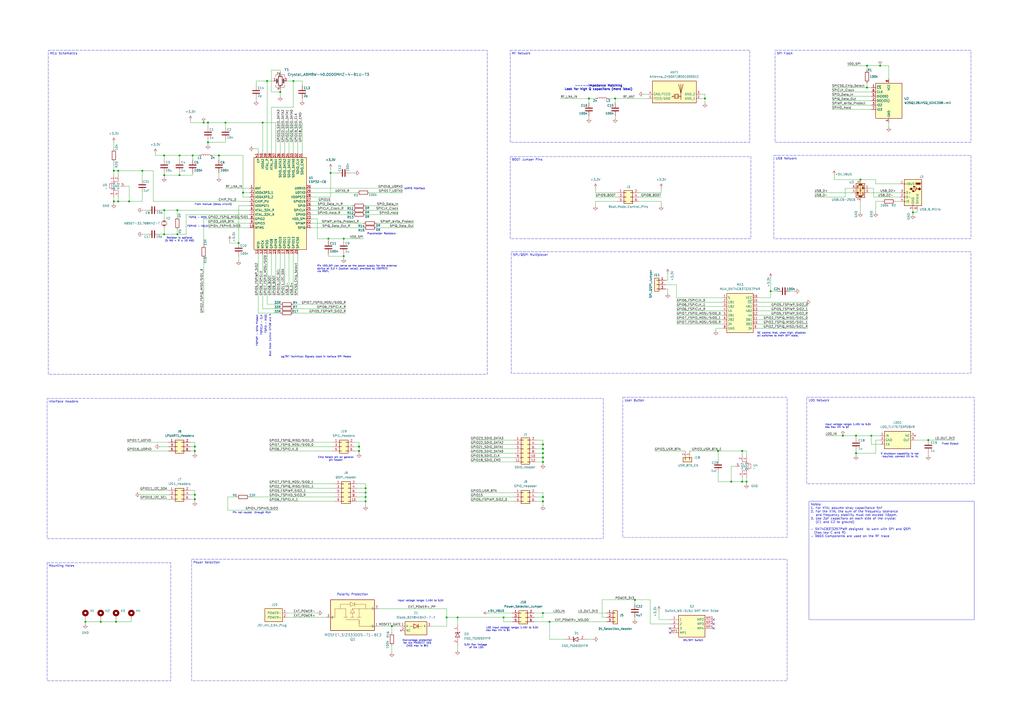
<source format=kicad_sch>
(kicad_sch (version 20231120) (generator "eeschema") (generator_version "8.0")
  (paper "A2")
  (title_block (title "ESP32C6 Board") (date "2025-07-29") (rev "A") (company "Peter Hancak"))
  (junction (at 341.63 57.15))
  (junction (at 368.3 347.98))
  (junction (at 208.28 261.62))
  (junction (at 67.31 360.68))
  (junction (at 496.57 252.73))
  (junction (at 113.03 259.08))
  (junction (at 113.03 287.02))
  (junction (at 496.57 262.89))
  (junction (at 265.43 358.14))
  (junction (at 120.65 71.12))
  (junction (at 208.28 259.08))
  (junction (at 416.56 261.62))
  (junction (at 154.94 46.99))
  (junction (at 510.54 38.1))
  (junction (at 314.96 267.97))
  (junction (at 499.11 104.14))
  (junction (at 95.25 90.17))
  (junction (at 447.04 168.91))
  (junction (at 199.39 138.43))
  (junction (at 314.96 288.29))
  (junction (at 199.39 148.59))
  (junction (at 95.25 121.92))
  (junction (at 82.55 99.06))
  (junction (at 118.11 71.12))
  (junction (at 292.1 358.14))
  (junction (at 314.96 265.43))
  (junction (at 170.18 46.99))
  (junction (at 68.58 116.84))
  (junction (at 318.77 360.68))
  (junction (at 66.04 99.06))
  (junction (at 314.96 290.83))
  (junction (at 488.95 252.73))
  (junction (at 113.03 289.56))
  (junction (at 95.25 101.6))
  (junction (at 111.76 90.17))
  (junction (at 314.96 262.89))
  (junction (at 212.09 285.75))
  (junction (at 505.46 252.73))
  (junction (at 152.4 71.12))
  (junction (at 502.92 38.1))
  (junction (at 259.08 358.14))
  (junction (at 140.97 111.76))
  (junction (at 58.42 360.68))
  (junction (at 120.65 82.55))
  (junction (at 102.87 121.92))
  (junction (at 430.53 261.62))
  (junction (at 191.77 100.33))
  (junction (at 212.09 288.29))
  (junction (at 529.59 123.19))
  (junction (at 104.14 101.6))
  (junction (at 433.07 279.4))
  (junction (at 95.25 135.89))
  (junction (at 113.03 261.62))
  (junction (at 162.56 53.34))
  (junction (at 538.48 255.27))
  (junction (at 127 90.17))
  (junction (at 66.04 116.84))
  (junction (at 130.81 71.12))
  (junction (at 314.96 355.6))
  (junction (at 68.58 99.06))
  (junction (at 104.14 90.17))
  (junction (at 314.96 260.35))
  (junction (at 314.96 257.81))
  (junction (at 424.18 279.4))
  (junction (at 74.93 116.84))
  (junction (at 212.09 290.83))
  (junction (at 356.87 57.15))
  (junction (at 190.5 138.43))
  (junction (at 227.33 363.22))
  (junction (at 138.43 140.97))
  (junction (at 502.92 50.8))
  (junction (at 102.87 135.89))
  (junction (at 408.94 57.15))
  (junction (at 430.53 279.4))
  (junction (at 212.09 283.21))
  (junction (at 49.53 360.68))
  (no_connect (at 414.02 364.49))
  (no_connect (at 388.62 367.03))
  (no_connect (at 414.02 359.41))
  (no_connect (at 414.02 361.95))
  (no_connect (at 388.62 364.49))
  (wire (pts (xy 162.56 71.12) (xy 162.56 88.9)))
  (wire (pts (xy 529.59 121.92) (xy 529.59 123.19)))
  (wire (pts (xy 491.49 38.1) (xy 502.92 38.1)))
  (wire (pts (xy 311.15 255.27) (xy 314.96 255.27)))
  (wire (pts (xy 447.04 168.91) (xy 447.04 172.72)))
  (wire (pts (xy 111.76 90.17) (xy 111.76 92.71)))
  (wire (pts (xy 104.14 90.17) (xy 95.25 90.17)))
  (wire (pts (xy 132.08 288.29) (xy 132.08 295.91)))
  (wire (pts (xy 127 100.33) (xy 127 102.87)))
  (wire (pts (xy 208.28 256.54) (xy 208.28 259.08)))
  (wire (pts (xy 212.09 280.67) (xy 207.01 280.67)))
  (wire (pts (xy 508 262.89) (xy 496.57 262.89)))
  (wire (pts (xy 88.9 116.84) (xy 144.78 116.84)))
  (wire (pts (xy 483.87 104.14) (xy 499.11 104.14)))
  (wire (pts (xy 156.21 283.21) (xy 194.31 283.21)))
  (wire (pts (xy 482.6 55.88) (xy 505.46 55.88)))
  (wire (pts (xy 314.96 355.6) (xy 309.88 355.6)))
  (wire (pts (xy 379.73 261.62) (xy 397.51 261.62)))
  (wire (pts (xy 327.66 370.84) (xy 318.77 370.84)))
  (wire (pts (xy 314.96 358.14) (xy 314.96 355.6)))
  (wire (pts (xy 118.11 71.12) (xy 120.65 71.12)))
  (wire (pts (xy 162.56 53.34) (xy 162.56 55.88)))
  (wire (pts (xy 172.72 147.32) (xy 172.72 171.45)))
  (wire (pts (xy 152.4 71.12) (xy 152.4 88.9)))
  (wire (pts (xy 314.96 288.29) (xy 314.96 290.83)))
  (wire (pts (xy 219.71 353.06) (xy 259.08 353.06)))
  (wire (pts (xy 102.87 121.92) (xy 102.87 125.73)))
  (wire (pts (xy 111.76 90.17) (xy 104.14 90.17)))
  (wire (pts (xy 180.34 111.76) (xy 207.01 111.76)))
  (wire (pts (xy 184.15 127) (xy 180.34 127)))
  (wire (pts (xy 66.04 99.06) (xy 68.58 99.06)))
  (wire (pts (xy 167.64 147.32) (xy 167.64 171.45)))
  (wire (pts (xy 170.18 71.12) (xy 170.18 88.9)))
  (wire (pts (xy 318.77 370.84) (xy 318.77 360.68)))
  (wire (pts (xy 529.59 123.19) (xy 529.59 124.46)))
  (wire (pts (xy 490.22 114.3) (xy 490.22 109.22)))
  (wire (pts (xy 406.4 54.61) (xy 408.94 54.61)))
  (wire (pts (xy 110.49 71.12) (xy 110.49 69.85)))
  (wire (pts (xy 311.15 267.97) (xy 314.96 267.97)))
  (wire (pts (xy 505.46 252.73) (xy 510.54 252.73)))
  (wire (pts (xy 426.72 270.51) (xy 424.18 270.51)))
  (wire (pts (xy 538.48 255.27) (xy 553.72 255.27)))
  (wire (pts (xy 154.94 46.99) (xy 158.75 46.99)))
  (wire (pts (xy 387.35 167.64) (xy 387.35 170.18)))
  (wire (pts (xy 341.63 57.15) (xy 325.12 57.15)))
  (wire (pts (xy 212.09 293.37) (xy 212.09 290.83)))
  (wire (pts (xy 154.94 147.32) (xy 154.94 176.53)))
  (wire (pts (xy 72.39 107.95) (xy 74.93 107.95)))
  (wire (pts (xy 81.28 284.48) (xy 97.79 284.48)))
  (wire (pts (xy 115.57 90.17) (xy 111.76 90.17)))
  (wire (pts (xy 490.22 114.3) (xy 472.44 114.3)))
  (wire (pts (xy 227.33 363.22) (xy 227.33 367.03)))
  (wire (pts (xy 387.35 167.64) (xy 386.08 167.64)))
  (wire (pts (xy 113.03 284.48) (xy 113.03 287.02)))
  (wire (pts (xy 265.43 374.65) (xy 265.43 377.19)))
  (wire (pts (xy 345.44 119.38) (xy 345.44 116.84)))
  (wire (pts (xy 148.59 49.53) (xy 148.59 46.99)))
  (wire (pts (xy 133.35 140.97) (xy 138.43 140.97)))
  (wire (pts (xy 311.15 260.35) (xy 314.96 260.35)))
  (wire (pts (xy 273.05 267.97) (xy 298.45 267.97)))
  (wire (pts (xy 120.65 82.55) (xy 120.65 83.82)))
  (wire (pts (xy 107.95 124.46) (xy 107.95 135.89)))
  (wire (pts (xy 95.25 135.89) (xy 92.71 135.89)))
  (wire (pts (xy 74.93 116.84) (xy 68.58 116.84)))
  (wire (pts (xy 311.15 290.83) (xy 314.96 290.83)))
  (wire (pts (xy 66.04 114.3) (xy 66.04 116.84)))
  (wire (pts (xy 76.2 360.68) (xy 67.31 360.68)))
  (wire (pts (xy 118.11 127) (xy 144.78 127)))
  (wire (pts (xy 439.42 182.88) (xy 468.63 182.88)))
  (wire (pts (xy 419.1 182.88) (xy 392.43 182.88)))
  (wire (pts (xy 508 255.27) (xy 508 262.89)))
  (wire (pts (xy 341.63 57.15) (xy 341.63 59.69)))
  (wire (pts (xy 140.97 90.17) (xy 127 90.17)))
  (wire (pts (xy 184.15 138.43) (xy 190.5 138.43)))
  (wire (pts (xy 205.74 261.62) (xy 208.28 261.62)))
  (wire (pts (xy 110.49 287.02) (xy 113.03 287.02)))
  (wire (pts (xy 67.31 360.68) (xy 58.42 360.68)))
  (wire (pts (xy 149.86 181.61) (xy 162.56 181.61)))
  (wire (pts (xy 113.03 261.62) (xy 113.03 262.89)))
  (wire (pts (xy 416.56 279.4) (xy 424.18 279.4)))
  (wire (pts (xy 199.39 139.7) (xy 199.39 138.43)))
  (wire (pts (xy 335.28 355.6) (xy 351.79 355.6)))
  (wire (pts (xy 208.28 261.62) (xy 208.28 262.89)))
  (wire (pts (xy 162.56 52.07) (xy 162.56 53.34)))
  (wire (pts (xy 314.96 285.75) (xy 314.96 288.29)))
  (wire (pts (xy 259.08 358.14) (xy 259.08 363.22)))
  (wire (pts (xy 162.56 40.64) (xy 157.48 40.64)))
  (wire (pts (xy 386.08 162.56) (xy 387.35 162.56)))
  (wire (pts (xy 120.65 81.28) (xy 120.65 82.55)))
  (wire (pts (xy 180.34 109.22) (xy 233.68 109.22)))
  (wire (pts (xy 212.09 119.38) (xy 231.14 119.38)))
  (wire (pts (xy 314.96 255.27) (xy 314.96 257.81)))
  (wire (pts (xy 160.02 88.9) (xy 160.02 71.12)))
  (wire (pts (xy 502.92 38.1) (xy 510.54 38.1)))
  (wire (pts (xy 292.1 360.68) (xy 292.1 358.14)))
  (wire (pts (xy 345.44 109.22) (xy 345.44 111.76)))
  (wire (pts (xy 180.34 121.92) (xy 204.47 121.92)))
  (wire (pts (xy 505.46 257.81) (xy 505.46 252.73)))
  (wire (pts (xy 311.15 285.75) (xy 314.96 285.75)))
  (wire (pts (xy 415.29 191.77) (xy 415.29 190.5)))
  (wire (pts (xy 167.64 71.12) (xy 167.64 88.9)))
  (wire (pts (xy 170.18 147.32) (xy 170.18 171.45)))
  (wire (pts (xy 88.9 99.06) (xy 82.55 99.06)))
  (wire (pts (xy 314.96 262.89) (xy 314.96 265.43)))
  (wire (pts (xy 190.5 138.43) (xy 199.39 138.43)))
  (wire (pts (xy 430.53 276.86) (xy 430.53 279.4)))
  (wire (pts (xy 482.6 63.5) (xy 505.46 63.5)))
  (wire (pts (xy 165.1 71.12) (xy 165.1 88.9)))
  (wire (pts (xy 430.53 279.4) (xy 433.07 279.4)))
  (wire (pts (xy 388.62 361.95) (xy 377.19 361.95)))
  (wire (pts (xy 298.45 255.27) (xy 273.05 255.27)))
  (wire (pts (xy 190.5 139.7) (xy 190.5 138.43)))
  (wire (pts (xy 387.35 158.75) (xy 387.35 162.56)))
  (wire (pts (xy 314.96 267.97) (xy 314.96 269.24)))
  (wire (pts (xy 120.65 129.54) (xy 144.78 129.54)))
  (wire (pts (xy 341.63 67.31) (xy 341.63 68.58)))
  (wire (pts (xy 499.11 104.14) (xy 508 104.14)))
  (wire (pts (xy 148.59 46.99) (xy 154.94 46.99)))
  (wire (pts (xy 408.94 57.15) (xy 408.94 59.69)))
  (wire (pts (xy 133.35 139.7) (xy 133.35 140.97)))
  (wire (pts (xy 156.21 261.62) (xy 193.04 261.62)))
  (wire (pts (xy 191.77 100.33) (xy 191.77 97.79)))
  (wire (pts (xy 212.09 285.75) (xy 207.01 285.75)))
  (wire (pts (xy 140.97 111.76) (xy 144.78 111.76)))
  (wire (pts (xy 370.84 114.3) (xy 383.54 114.3)))
  (wire (pts (xy 82.55 121.92) (xy 85.09 121.92)))
  (wire (pts (xy 170.18 179.07) (xy 200.66 179.07)))
  (wire (pts (xy 184.15 138.43) (xy 184.15 127)))
  (wire (pts (xy 110.49 261.62) (xy 113.03 261.62)))
  (wire (pts (xy 532.13 123.19) (xy 529.59 123.19)))
  (wire (pts (xy 190.5 148.59) (xy 199.39 148.59)))
  (wire (pts (xy 383.54 109.22) (xy 383.54 111.76)))
  (wire (pts (xy 205.74 256.54) (xy 208.28 256.54)))
  (wire (pts (xy 406.4 57.15) (xy 408.94 57.15)))
  (wire (pts (xy 102.87 121.92) (xy 95.25 121.92)))
  (wire (pts (xy 190.5 147.32) (xy 190.5 148.59)))
  (wire (pts (xy 130.81 71.12) (xy 152.4 71.12)))
  (wire (pts (xy 82.55 111.76) (xy 82.55 116.84)))
  (wire (pts (xy 180.34 114.3) (xy 191.77 114.3)))
  (wire (pts (xy 175.26 46.99) (xy 170.18 46.99)))
  (wire (pts (xy 102.87 135.89) (xy 95.25 135.89)))
  (wire (pts (xy 104.14 100.33) (xy 104.14 101.6)))
  (wire (pts (xy 111.76 100.33) (xy 111.76 101.6)))
  (wire (pts (xy 156.21 280.67) (xy 194.31 280.67)))
  (wire (pts (xy 259.08 353.06) (xy 259.08 358.14)))
  (wire (pts (xy 488.95 252.73) (xy 496.57 252.73)))
  (wire (pts (xy 156.21 256.54) (xy 193.04 256.54)))
  (wire (pts (xy 140.97 114.3) (xy 144.78 114.3)))
  (wire (pts (xy 95.25 132.08) (xy 95.25 135.89)))
  (wire (pts (xy 140.97 90.17) (xy 140.97 111.76)))
  (wire (pts (xy 499.11 116.84) (xy 499.11 123.19)))
  (wire (pts (xy 433.07 261.62) (xy 433.07 264.16)))
  (wire (pts (xy 191.77 114.3) (xy 191.77 100.33)))
  (wire (pts (xy 166.37 358.14) (xy 189.23 358.14)))
  (wire (pts (xy 311.15 288.29) (xy 314.96 288.29)))
  (wire (pts (xy 510.54 38.1) (xy 515.62 38.1)))
  (wire (pts (xy 76.2 359.41) (xy 76.2 360.68)))
  (wire (pts (xy 191.77 100.33) (xy 195.58 100.33)))
  (wire (pts (xy 508 106.68) (xy 521.97 106.68)))
  (wire (pts (xy 205.74 259.08) (xy 208.28 259.08)))
  (wire (pts (xy 161.29 295.91) (xy 132.08 295.91)))
  (wire (pts (xy 298.45 262.89) (xy 273.05 262.89)))
  (wire (pts (xy 510.54 257.81) (xy 505.46 257.81)))
  (wire (pts (xy 120.65 71.12) (xy 130.81 71.12)))
  (wire (pts (xy 368.3 347.98) (xy 377.19 347.98)))
  (wire (pts (xy 207.01 283.21) (xy 212.09 283.21)))
  (wire (pts (xy 502.92 50.8) (xy 505.46 50.8)))
  (wire (pts (xy 199.39 138.43) (xy 210.82 138.43)))
  (wire (pts (xy 314.96 257.81) (xy 314.96 260.35)))
  (wire (pts (xy 160.02 147.32) (xy 160.02 171.45)))
  (wire (pts (xy 508 104.14) (xy 508 106.68)))
  (wire (pts (xy 392.43 180.34) (xy 419.1 180.34)))
  (wire (pts (xy 351.79 358.14) (xy 349.25 358.14)))
  (wire (pts (xy 156.21 285.75) (xy 194.31 285.75)))
  (wire (pts (xy 208.28 259.08) (xy 208.28 261.62)))
  (wire (pts (xy 170.18 46.99) (xy 166.37 46.99)))
  (wire (pts (xy 314.96 265.43) (xy 314.96 267.97)))
  (wire (pts (xy 66.04 82.55) (xy 66.04 86.36)))
  (wire (pts (xy 482.6 50.8) (xy 502.92 50.8)))
  (wire (pts (xy 419.1 175.26) (xy 392.43 175.26)))
  (wire (pts (xy 530.86 255.27) (xy 538.48 255.27)))
  (wire (pts (xy 386.08 165.1) (xy 392.43 165.1)))
  (wire (pts (xy 180.34 119.38) (xy 204.47 119.38)))
  (wire (pts (xy 130.81 109.22) (xy 144.78 109.22)))
  (wire (pts (xy 439.42 187.96) (xy 468.63 187.96)))
  (wire (pts (xy 127 90.17) (xy 127 92.71)))
  (wire (pts (xy 144.78 124.46) (xy 107.95 124.46)))
  (wire (pts (xy 107.95 135.89) (xy 102.87 135.89)))
  (wire (pts (xy 510.54 255.27) (xy 508 255.27)))
  (wire (pts (xy 67.31 359.41) (xy 67.31 360.68)))
  (wire (pts (xy 506.73 109.22) (xy 506.73 114.3)))
  (wire (pts (xy 154.94 88.9) (xy 154.94 46.99)))
  (wire (pts (xy 154.94 176.53) (xy 162.56 176.53)))
  (wire (pts (xy 298.45 257.81) (xy 273.05 257.81)))
  (wire (pts (xy 273.05 290.83) (xy 298.45 290.83)))
  (wire (pts (xy 538.48 262.89) (xy 538.48 264.16)))
  (wire (pts (xy 482.6 53.34) (xy 505.46 53.34)))
  (wire (pts (xy 227.33 363.22) (xy 232.41 363.22)))
  (wire (pts (xy 496.57 261.62) (xy 496.57 262.89)))
  (wire (pts (xy 292.1 358.14) (xy 297.18 358.14)))
  (wire (pts (xy 388.62 359.41) (xy 382.27 359.41)))
  (wire (pts (xy 265.43 358.14) (xy 292.1 358.14)))
  (wire (pts (xy 156.21 259.08) (xy 193.04 259.08)))
  (wire (pts (xy 383.54 116.84) (xy 383.54 119.38)))
  (wire (pts (xy 74.93 107.95) (xy 74.93 116.84)))
  (wire (pts (xy 66.04 93.98) (xy 66.04 99.06)))
  (wire (pts (xy 419.1 185.42) (xy 392.43 185.42)))
  (wire (pts (xy 166.37 355.6) (xy 184.15 355.6)))
  (wire (pts (xy 345.44 57.15) (xy 341.63 57.15)))
  (wire (pts (xy 356.87 57.15) (xy 356.87 59.69)))
  (wire (pts (xy 118.11 142.24) (xy 118.11 127)))
  (wire (pts (xy 283.21 355.6) (xy 297.18 355.6)))
  (wire (pts (xy 160.02 71.12) (xy 152.4 71.12)))
  (wire (pts (xy 157.48 53.34) (xy 162.56 53.34)))
  (wire (pts (xy 349.25 347.98) (xy 349.25 358.14)))
  (wire (pts (xy 340.36 370.84) (xy 344.17 370.84)))
  (wire (pts (xy 358.14 114.3) (xy 345.44 114.3)))
  (wire (pts (xy 490.22 109.22) (xy 494.03 109.22)))
  (wire (pts (xy 415.29 190.5) (xy 419.1 190.5)))
  (wire (pts (xy 180.34 132.08) (xy 210.82 132.08)))
  (wire (pts (xy 400.05 261.62) (xy 416.56 261.62)))
  (wire (pts (xy 439.42 175.26) (xy 467.36 175.26)))
  (wire (pts (xy 144.78 288.29) (xy 194.31 288.29)))
  (wire (pts (xy 373.38 54.61) (xy 375.92 54.61)))
  (wire (pts (xy 157.48 40.64) (xy 157.48 53.34)))
  (wire (pts (xy 203.2 100.33) (xy 205.74 100.33)))
  (wire (pts (xy 327.66 355.6) (xy 314.96 355.6)))
  (wire (pts (xy 358.14 111.76) (xy 345.44 111.76)))
  (wire (pts (xy 113.03 256.54) (xy 113.03 259.08)))
  (wire (pts (xy 430.53 261.62) (xy 430.53 264.16)))
  (wire (pts (xy 111.76 101.6) (xy 104.14 101.6)))
  (wire (pts (xy 297.18 360.68) (xy 292.1 360.68)))
  (wire (pts (xy 73.66 256.54) (xy 97.79 256.54)))
  (wire (pts (xy 138.43 119.38) (xy 138.43 140.97)))
  (wire (pts (xy 130.81 71.12) (xy 130.81 73.66)))
  (wire (pts (xy 472.44 111.76) (xy 494.03 111.76)))
  (wire (pts (xy 439.42 185.42) (xy 468.63 185.42)))
  (wire (pts (xy 140.97 111.76) (xy 140.97 114.3)))
  (wire (pts (xy 172.72 71.12) (xy 172.72 88.9)))
  (wire (pts (xy 73.66 261.62) (xy 97.79 261.62)))
  (wire (pts (xy 175.26 49.53) (xy 175.26 46.99)))
  (wire (pts (xy 82.55 116.84) (xy 74.93 116.84)))
  (wire (pts (xy 110.49 71.12) (xy 118.11 71.12)))
  (wire (pts (xy 68.58 99.06) (xy 68.58 101.6)))
  (wire (pts (xy 349.25 347.98) (xy 368.3 347.98)))
  (wire (pts (xy 370.84 116.84) (xy 383.54 116.84)))
  (wire (pts (xy 482.6 58.42) (xy 505.46 58.42)))
  (wire (pts (xy 447.04 168.91) (xy 450.85 168.91)))
  (wire (pts (xy 81.28 287.02) (xy 97.79 287.02)))
  (wire (pts (xy 353.06 57.15) (xy 356.87 57.15)))
  (wire (pts (xy 157.48 62.23) (xy 170.18 62.23)))
  (wire (pts (xy 92.71 121.92) (xy 95.25 121.92)))
  (wire (pts (xy 138.43 148.59) (xy 138.43 151.13)))
  (wire (pts (xy 212.09 288.29) (xy 212.09 290.83)))
  (wire (pts (xy 110.49 289.56) (xy 113.03 289.56)))
  (wire (pts (xy 214.63 111.76) (xy 233.68 111.76)))
  (wire (pts (xy 504.19 109.22) (xy 506.73 109.22)))
  (wire (pts (xy 212.09 285.75) (xy 212.09 288.29)))
  (wire (pts (xy 82.55 135.89) (xy 85.09 135.89)))
  (wire (pts (xy 416.56 261.62) (xy 430.53 261.62)))
  (wire (pts (xy 298.45 288.29) (xy 273.05 288.29)))
  (wire (pts (xy 130.81 81.28) (xy 130.81 82.55)))
  (wire (pts (xy 408.94 54.61) (xy 408.94 57.15)))
  (wire (pts (xy 478.79 252.73) (xy 488.95 252.73)))
  (wire (pts (xy 81.28 289.56) (xy 97.79 289.56)))
  (wire (pts (xy 120.65 71.12) (xy 120.65 73.66)))
  (wire (pts (xy 170.18 181.61) (xy 200.66 181.61)))
  (wire (pts (xy 144.78 121.92) (xy 102.87 121.92)))
  (wire (pts (xy 180.34 116.84) (xy 191.77 116.84)))
  (wire (pts (xy 49.53 360.68) (xy 49.53 361.95)))
  (wire (pts (xy 149.86 86.36) (xy 147.32 86.36)))
  (wire (pts (xy 502.92 48.26) (xy 502.92 50.8)))
  (wire (pts (xy 148.59 57.15) (xy 148.59 58.42)))
  (wire (pts (xy 309.88 358.14) (xy 314.96 358.14)))
  (wire (pts (xy 170.18 176.53) (xy 200.66 176.53)))
  (wire (pts (xy 123.19 90.17) (xy 127 90.17)))
  (wire (pts (xy 447.04 172.72) (xy 439.42 172.72)))
  (wire (pts (xy 370.84 111.76) (xy 383.54 111.76)))
  (wire (pts (xy 212.09 124.46) (xy 231.14 124.46)))
  (wire (pts (xy 95.25 90.17) (xy 95.25 92.71)))
  (wire (pts (xy 68.58 114.3) (xy 68.58 116.84)))
  (wire (pts (xy 199.39 148.59) (xy 199.39 149.86)))
  (wire (pts (xy 102.87 133.35) (xy 102.87 135.89)))
  (wire (pts (xy 152.4 179.07) (xy 162.56 179.07)))
  (wire (pts (xy 482.6 60.96) (xy 505.46 60.96)))
  (wire (pts (xy 356.87 67.31) (xy 356.87 68.58)))
  (wire (pts (xy 298.45 260.35) (xy 273.05 260.35)))
  (wire (pts (xy 227.33 374.65) (xy 227.33 378.46)))
  (wire (pts (xy 439.42 180.34) (xy 468.63 180.34)))
  (wire (pts (xy 311.15 257.81) (xy 314.96 257.81)))
  (wire (pts (xy 219.71 363.22) (xy 227.33 363.22)))
  (wire (pts (xy 265.43 358.14) (xy 265.43 361.95)))
  (wire (pts (xy 110.49 284.48) (xy 113.03 284.48)))
  (wire (pts (xy 218.44 129.54) (xy 240.03 129.54)))
  (wire (pts (xy 49.53 359.41) (xy 49.53 360.68)))
  (wire (pts (xy 368.3 347.98) (xy 368.3 350.52)))
  (wire (pts (xy 504.19 111.76) (xy 521.97 111.76)))
  (wire (pts (xy 314.96 260.35) (xy 314.96 262.89)))
  (wire (pts (xy 532.13 121.92) (xy 532.13 123.19)))
  (wire (pts (xy 298.45 285.75) (xy 273.05 285.75)))
  (wire (pts (xy 68.58 116.84) (xy 66.04 116.84)))
  (wire (pts (xy 382.27 359.41) (xy 382.27 354.33)))
  (wire (pts (xy 95.25 100.33) (xy 95.25 101.6)))
  (wire (pts (xy 149.86 88.9) (xy 149.86 86.36)))
  (wire (pts (xy 515.62 45.72) (xy 515.62 38.1)))
  (wire (pts (xy 165.1 147.32) (xy 165.1 171.45)))
  (wire (pts (xy 218.44 132.08) (xy 240.03 132.08)))
  (wire (pts (xy 212.09 283.21) (xy 212.09 285.75)))
  (wire (pts (xy 439.42 177.8) (xy 468.63 177.8)))
  (wire (pts (xy 144.78 119.38) (xy 138.43 119.38)))
  (wire (pts (xy 82.55 99.06) (xy 82.55 104.14)))
  (wire (pts (xy 120.65 132.08) (xy 144.78 132.08)))
  (wire (pts (xy 419.1 177.8) (xy 392.43 177.8)))
  (wire (pts (xy 433.07 280.67) (xy 433.07 279.4)))
  (wire (pts (xy 95.25 90.17) (xy 90.17 90.17)))
  (wire (pts (xy 175.26 71.12) (xy 175.26 88.9)))
  (wire (pts (xy 175.26 57.15) (xy 175.26 58.42)))
  (wire (pts (xy 506.73 114.3) (xy 521.97 114.3)))
  (wire (pts (xy 309.88 360.68) (xy 318.77 360.68)))
  (wire (pts (xy 298.45 265.43) (xy 273.05 265.43)))
  (wire (pts (xy 508 116.84) (xy 508 123.19)))
  (wire (pts (xy 110.49 256.54) (xy 113.03 256.54)))
  (wire (pts (xy 392.43 165.1) (xy 392.43 172.72)))
  (wire (pts (xy 416.56 261.62) (xy 416.56 266.7)))
  (wire (pts (xy 104.14 101.6) (xy 95.25 101.6)))
  (wire (pts (xy 368.3 358.14) (xy 368.3 359.41)))
  (wire (pts (xy 199.39 147.32) (xy 199.39 148.59)))
  (wire (pts (xy 519.43 116.84) (xy 521.97 116.84)))
  (wire (pts (xy 430.53 261.62) (xy 433.07 261.62)))
  (wire (pts (xy 458.47 168.91) (xy 461.01 168.91)))
  (wire (pts (xy 496.57 262.89) (xy 496.57 264.16)))
  (wire (pts (xy 180.34 124.46) (xy 204.47 124.46)))
  (wire (pts (xy 515.62 71.12) (xy 515.62 73.66)))
  (wire (pts (xy 207.01 290.83) (xy 212.09 290.83)))
  (wire (pts (xy 66.04 99.06) (xy 66.04 101.6)))
  (wire (pts (xy 424.18 270.51) (xy 424.18 279.4)))
  (wire (pts (xy 311.15 262.89) (xy 314.96 262.89)))
  (wire (pts (xy 157.48 147.32) (xy 157.48 171.45)))
  (wire (pts (xy 212.09 280.67) (xy 212.09 283.21)))
  (wire (pts (xy 118.11 149.86) (xy 118.11 181.61)))
  (wire (pts (xy 110.49 259.08) (xy 113.03 259.08)))
  (wire (pts (xy 502.92 38.1) (xy 502.92 40.64)))
  (wire (pts (xy 483.87 101.6) (xy 483.87 104.14)))
  (wire (pts (xy 392.43 172.72) (xy 419.1 172.72)))
  (wire (pts (xy 95.25 101.6) (xy 95.25 102.87)))
  (wire (pts (xy 137.16 288.29) (xy 132.08 288.29)))
  (wire (pts (xy 180.34 129.54) (xy 210.82 129.54)))
  (wire (pts (xy 104.14 90.17) (xy 104.14 92.71)))
  (wire (pts (xy 156.21 290.83) (xy 194.31 290.83)))
  (wire (pts (xy 170.18 62.23) (xy 170.18 46.99)))
  (wire (pts (xy 314.96 290.83) (xy 314.96 293.37)))
  (wire (pts (xy 162.56 147.32) (xy 162.56 171.45)))
  (wire (pts (xy 130.81 82.55) (xy 120.65 82.55)))
  (wire (pts (xy 496.57 252.73) (xy 496.57 254)))
  (wire (pts (xy 416.56 274.32) (xy 416.56 279.4)))
  (wire (pts (xy 318.77 360.68) (xy 351.79 360.68)))
  (wire (pts (xy 157.48 88.9) (xy 157.48 62.23)))
  (wire (pts (xy 66.04 118.11) (xy 66.04 116.84)))
  (wire (pts (xy 392.43 187.96) (xy 419.1 187.96)))
  (wire (pts (xy 447.04 161.29) (xy 447.04 168.91)))
  (wire (pts (xy 345.44 116.84) (xy 358.14 116.84)))
  (wire (pts (xy 496.57 252.73) (xy 505.46 252.73)))
  (wire (pts (xy 259.08 358.14) (xy 265.43 358.14)))
  (wire (pts (xy 311.15 265.43) (xy 314.96 265.43)))
  (wire (pts (xy 95.25 121.92) (xy 95.25 127)))
  (wire (pts (xy 424.18 279.4) (xy 430.53 279.4)))
  (wire (pts (xy 113.03 259.08) (xy 113.03 261.62)))
  (wire (pts (xy 250.19 363.22) (xy 259.08 363.22)))
  (wire (pts (xy 58.42 359.41) (xy 58.42 360.68)))
  (wire (pts (xy 113.03 287.02) (xy 113.03 289.56)))
  (wire (pts (xy 58.42 360.68) (xy 49.53 360.68)))
  (wire (pts (xy 113.03 289.56) (xy 113.03 290.83)))
  (wire (pts (xy 92.71 259.08) (xy 97.79 259.08)))
  (wire (pts (xy 90.17 90.17) (xy 90.17 88.9)))
  (wire (pts (xy 433.07 276.86) (xy 433.07 279.4)))
  (wire (pts (xy 356.87 57.15) (xy 375.92 57.15)))
  (wire (pts (xy 377.19 347.98) (xy 377.19 361.95)))
  (wire (pts (xy 439.42 190.5) (xy 468.63 190.5)))
  (wire (pts (xy 152.4 147.32) (xy 152.4 179.07)))
  (wire (pts (xy 149.86 147.32) (xy 149.86 181.61)))
  (wire (pts (xy 212.09 121.92) (xy 231.14 121.92)))
  (wire (pts (xy 68.58 99.06) (xy 82.55 99.06)))
  (wire (pts (xy 162.56 41.91) (xy 162.56 40.64)))
  (wire (pts (xy 88.9 116.84) (xy 88.9 99.06)))
  (wire (pts (xy 511.81 116.84) (xy 508 116.84)))
  (wire (pts (xy 207.01 288.29) (xy 212.09 288.29)))
  (text_box "Interface Headers" (at 27.305 231.14 0) (size 322.58 81.28) (stroke (width 0) (type dash)) (effects (font (size 1.27 1.27)) (justify left top)))
  (text_box "Mounting Holes" (at 27.305 326.39 0) (size 71.755 68.58) (stroke (width 0) (type dash)) (effects (font (size 1.27 1.27)) (justify left top)))
  (text_box "MCU Schematics" (at 27.94 29.21 0) (size 254.635 187.96) (stroke (width 0) (type dash)) (effects (font (size 1.27 1.27)) (justify left top)))
  (text_box "Power Selection" (at 111.125 324.485 0) (size 345.44 70.485) (stroke (width 0) (type dash)) (effects (font (size 1.27 1.27)) (justify left top)))
  (text_box "SPI Flash" (at 449.58 29.21 0) (size 113.665 53.34) (stroke (width 0) (type dash)) (effects (font (size 1.27 1.27)) (justify left top)))
  (text_box "Notes:\n1. For XTAL assume stray capacitance 5nF\n2. For the XTAL the sum of the frequency tolerance \n   and frequency stability must not exceed 10 ppm.\n3. Use 2 pF capacitors on each side of the crystal \n   (C1 and C2 to ground)\n\n- SN74CB3T3257PWR designed  to work with SPI and QSPI\n  (Has low C and R)\n- 0603 Components are used on the RF trace" (at 469.265 290.83 0) (size 95.885 68.58) (effects (font (size 1.27 1.27)) (justify left top)))
  (text_box "RF Network" (at 295.91 29.21 0) (size 139.065 53.34) (stroke (width 0) (type dash)) (effects (font (size 1.27 1.27)) (justify left top)))
  (text_box "SPI/QSPI Multiplexer" (at 296.545 146.05 0) (size 266.7 70.485) (stroke (width 0) (type dash)) (effects (font (size 1.27 1.27)) (justify left top)))
  (text_box "LDO Network" (at 467.995 230.505 0) (size 97.155 50.165) (stroke (width 0) (type dash)) (effects (font (size 1.27 1.27)) (justify left top)))
  (text_box "User Button" (at 361.315 230.505 0) (size 95.25 81.28) (stroke (width 0) (type dash)) (effects (font (size 1.27 1.27)) (justify left top)))
  (text_box "BOOT Jumper Pins" (at 295.91 90.805 0) (size 139.7 47.625) (stroke (width 0) (type dash)) (effects (font (size 1.27 1.27)) (justify left top)))
  (text_box "USB Network" (at 448.945 90.17 0) (size 114.3 48.26) (stroke (width 0) (type dash)) (effects (font (size 1.27 1.27)) (justify left top)))
  (text "FSPID - MISO" (at 154.178 187.96 90) (effects (font (size 1 1))))
  (text "Input voltage range: 1.45V to 5.5V" (at 230.632 348.488 0) (effects (font (size 1 1)) (justify left)))
  (text "-----Impedance Matching\nLook for high Q capacitors (more ideal)" (at 347.218 50.8 0) (effects (font (size 1.27 1.27) (thickness 0.254) (bold yes))))
  (text "Placeholder Resistors" (at 221.234 135.636 0) (effects (font (size 1 1))))
  (text "ON/OFF Switch" (at 402.082 371.602 0) (effects (font (size 1 1))))
  (text "Pin not routed  through MUX" (at 146.05 297.434 0) (effects (font (size 1 1))))
  (text "FSPICLK - CLK" (at 151.638 188.468 90) (effects (font (size 1 1))))
  (text "Chip Select pin on general\npin header" (at 194.818 266.192 0) (effects (font (size 1 1))))
  (text "Pin VDD_SPI can serve as the power supply for the external \ndevice at 3.3 V (typical value), provided by VDDPST2\nvia RSPI." (at 183.896 155.956 0) (effects (font (size 1 1)) (justify left)))
  (text "Boot Mode Control GPIO8 and 9" (at 156.718 207.01 90) (effects (font (size 1 1) (thickness 0.125)) (justify left)))
  (text "FSPIQ - MOSI" (at 114.808 126.238 0) (effects (font (size 1 1))))
  (text "FSPIHD - HOLD" (at 114.554 131.318 0) (effects (font (size 1 1))))
  (text "From manual (delay circuit)" (at 123.698 118.618 0) (effects (font (size 1 1))))
  (text "Fixed Output" (at 551.18 257.556 0) (effects (font (size 1 1))))
  (text "pg797 Technical: Signals Used in Various SPI Modes" (at 183.388 207.01 0) (effects (font (size 1 1))))
  (text "If shutdown capability is not \nrequired, connect EN to IN." (at 522.224 264.16 0) (effects (font (size 1 1))))
  (text "Polarity Protection" (at 204.47 344.932 0) (effects (font (size 1.27 1.27))))
  (text "Overvoltage protection\nfor the PMOSFET VGS\n(VGS max is 8V)" (at 242.062 373.126 0) (effects (font (size 1 1))))
  (text "FSPIWP - Write Protect" (at 149.098 191.77 90) (effects (font (size 1 1))))
  (text "Input voltage range: 1.45V to 5.5V\nAbs Max Vin is 6V" (at 478.536 247.142 0) (effects (font (size 1 1)) (justify left)))
  (text "OE control that, when high, disables \nall switches to their OFF state." (at 439.166 194.056 0) (effects (font (size 1 1)) (justify left)))
  (text "UART0 interface" (at 240.538 109.474 0) (effects (font (size 1 1))))
  (text "Resistor is optional\n(5 MΩ < R ≤ 10 MΩ)" (at 104.14 138.938 0) (effects (font (size 1 1))))
  (text "5.5V Max Voltage \nof the LDO" (at 276.352 374.904 0) (effects (font (size 1 1))))
  (text "LDO Input voltage range: 1.45V to 5.5V\nAbs Max Vin is 6V" (at 281.94 364.998 0) (effects (font (size 1 1)) (justify left)))
  (label "SPIQ_Data_Out_R" (at 203.2 132.08 180))
  (label "USB_D+" (at 472.44 111.76 0))
  (label "GPIO8_BOOT" (at 383.54 114.3 180))
  (label "SPID_Data_In" (at 231.14 119.38 180))
  (label "SPICLK_Clock" (at 482.6 53.34 0))
  (label "USB_D2-" (at 509.27 114.3 0))
  (label "LDO_IN" (at 327.66 355.6 180))
  (label "SPICS0_Chip_Select" (at 482.6 50.8 0))
  (label "GPIO7_FSPID_MOSI{slash}SIO0_R" (at 200.66 176.53 180))
  (label "GPIO21_SDIO_DATA1" (at 167.64 82.55 90))
  (label "GPIO21_SDIO_DATA1" (at 273.05 260.35 0))
  (label "GPIO8_BOOT" (at 157.48 171.45 90))
  (label "SPIWP_Write_Protect" (at 240.03 129.54 180))
  (label "GPIO6_FSPICLK_R" (at 200.66 179.07 180))
  (label "SPIHD_Hold" (at 482.6 63.5 0))
  (label "EXT_POWER+" (at 182.88 358.14 180))
  (label "GPIO2_FSPIQ_MISO{slash}SIO1_R" (at 468.63 190.5 180))
  (label "GPIO22_SDIO_DATA2" (at 165.1 82.55 90))
  (label "GPIO22_SDIO_DATA2" (at 273.05 257.81 0))
  (label "GPIO6_FSPICLK_R" (at 392.43 180.34 0))
  (label "GPIO2_FSPIQ_MISO{slash}SIO1_0" (at 156.21 256.54 0))
  (label "LD_OUT_3V3" (at 542.29 255.27 0))
  (label "GPIO2_FSPIQ_MISO{slash}SIO1_R" (at 118.11 181.61 90))
  (label "GPIO3_USR_BTN" (at 120.65 129.54 0))
  (label "GPIO15" (at 191.77 116.84 180))
  (label "GPIO11_I2C_SDA" (at 81.28 284.48 0))
  (label "GPIO4_FSPIHD_SIO3" (at 120.65 132.08 0))
  (label "GPIO2_FSPIQ_MISO{slash}SIO1_1" (at 156.21 283.21 0))
  (label "GPIO11_I2C_SDA" (at 165.1 171.45 90))
  (label "GPIO2_FSPIQ_MISO{slash}SIO1_1" (at 468.63 187.96 180))
  (label "EXT_POWER+_PP" (at 252.73 353.06 180))
  (label "GPIO16_U0RXD" (at 73.66 261.62 0))
  (label "GPIO9_BOOT" (at 345.44 114.3 0))
  (label "GPIO6_FSPICLK_0" (at 156.21 261.62 0))
  (label "GPIO10_I2C_SCL" (at 162.56 171.45 90))
  (label "GPIO7_FSPID_MOSI{slash}SIO0_0" (at 392.43 182.88 0))
  (label "POWER_3V3" (at 356.87 347.98 0))
  (label "GPIO2_FSPIQ_MISO{slash}SIO1" (at 120.65 127 0))
  (label "USB_D-" (at 167.64 171.45 90))
  (label "SPID_Data_In_R" (at 184.15 119.38 0))
  (label "GPIO16_U0RXD" (at 233.68 109.22 180))
  (label "SPIWP_Write_Protect_R" (at 208.28 129.54 180))
  (label "GPIO17_U0TXD" (at 73.66 256.54 0))
  (label "VDD_SPI" (at 491.49 38.1 0))
  (label "GPIO20_SDIO_DATA0" (at 273.05 262.89 0))
  (label "SPICS0_Chip_Select" (at 172.72 171.45 90))
  (label "EXT_POWER-" (at 182.88 355.6 180))
  (label "MOSFET_GATE" (at 219.71 363.22 0))
  (label "SPIHD_Hold_R" (at 184.15 124.46 0))
  (label "RF_LNA_IN" (at 130.81 109.22 0))
  (label "GPIO19_SDIO_CLK" (at 172.72 82.55 90))
  (label "GPIO5_FSPIWP_SIO2_R" (at 468.63 182.88 180))
  (label "GPIO23_SDIO_DATA3" (at 273.05 255.27 0))
  (label "GPIO9_BOOT" (at 160.02 171.45 90))
  (label "RF_LNA_IN" (at 325.12 57.15 0))
  (label "GPIO18_SDIO_CMD" (at 273.05 267.97 0))
  (label "USB_D+" (at 170.18 171.45 90))
  (label "SPIHD_Hold" (at 231.14 124.46 180))
  (label "EXT_POWER+_NOLDO" (at 341.63 360.68 180))
  (label "GPIO5_FSPIWP_SIO2" (at 149.86 171.45 90))
  (label "VDD_SPI" (at 210.82 138.43 180))
  (label "GPIO6_FSPICLK_1" (at 156.21 290.83 0))
  (label "SPID_Data_In" (at 482.6 55.88 0))
  (label "USB_D-" (at 472.44 114.3 0))
  (label "GPIO3_USR_BTN_E" (at 401.32 261.62 0))
  (label "GPIO18_SDIO_CMD" (at 175.26 82.55 90))
  (label "GPIO5_FSPIWP_SIO2_1" (at 156.21 285.75 0))
  (label "GPIO10_I2C_SCL" (at 81.28 289.56 0))
  (label "RF_ANT" (at 368.3 57.15 180))
  (label "GPIO5_FSPIWP_SIO2_0" (at 273.05 290.83 0))
  (label "GPIO3_USR_BTN" (at 273.05 285.75 0))
  (label "GPIO7_FSPID_MOSI{slash}SIO0_0" (at 156.21 259.08 0))
  (label "GPIO5_FSPIWP_SIO2_0" (at 468.63 177.8 180))
  (label "GPIO5_FSPIWP_SIO2_1" (at 468.63 180.34 180))
  (label "LD_OUT_3V3" (at 335.28 355.6 0))
  (label "GPIO23_SDIO_DATA3" (at 162.56 82.55 90))
  (label "GPIO7_FSPID_MOSI{slash}SIO0_R" (at 392.43 187.96 0))
  (label "GPIO17_U0TXD" (at 233.68 111.76 180))
  (label "GPIO5_FSPIWP_SIO2_R" (at 200.66 181.61 180))
  (label "GPIO19_SDIO_CLK" (at 273.05 265.43 0))
  (label "SPICLK_Clock_R" (at 184.15 121.92 0))
  (label "SPICLK_Clock" (at 231.14 121.92 180))
  (label "LDO_IN" (at 478.79 252.73 0))
  (label "USB_D2+" (at 510.54 111.76 0))
  (label "SPIWP_Write_Protect" (at 482.6 60.96 0))
  (label "GPIO6_FSPICLK_1" (at 392.43 177.8 0))
  (label "GPIO6_FSPICLK_0" (at 392.43 175.26 0))
  (label "GPIO7_FSPID_MOSI{slash}SIO0_1" (at 392.43 185.42 0))
  (label "SPIQ_Data_Out" (at 240.03 132.08 180))
  (label "CHIP_PU_D" (at 137.16 116.84 180))
  (label "GPIO7_FSPID_MOSI{slash}SIO0" (at 154.94 171.45 90))
  (label "GPIO6_FSPICLK" (at 152.4 171.45 90))
  (label "GPIO4_FSPIHD_SIO3_R" (at 156.21 288.29 0))
  (label "GPIO3_USR_BTN" (at 379.73 261.62 0))
  (label "GPIO20_SDIO_DATA0" (at 170.18 82.55 90))
  (label "GPIO15" (at 273.05 288.29 0))
  (label "GPIO2_FSPIQ_MISO{slash}SIO1_0" (at 468.63 185.42 180))
  (label "GPIO4_FSPIHD_SIO3" (at 161.29 295.91 180))
  (label "SPIQ_Data_Out" (at 482.6 58.42 0))
  (label "U0TXD_R" (at 194.31 111.76 0))
  (label "GPIO7_FSPID_MOSI{slash}SIO0_1" (at 156.21 280.67 0))
  (symbol (lib_id "Connector:USB_B_Micro") (at 529.59 111.76 0) (mirror y) (unit 1)
    (property "Reference" "J2" (at 533.4 102.616 0) (effects (justify right)))
    (property "Value" "USB_B_Micro" (at 533.4 121.412 0) (effects (justify right)))
    (property "Footprint" "Connector_USB:USB_Micro-B_Molex-105017-0001" (effects (hide yes)))
    (property "Description" "USB Micro Type B connector" (effects (hide yes)))
  )
  (symbol (lib_id "power:+3.3V") (at 382.27 354.33 0) (unit 1)
    (property "Reference" "#PWR059" (effects (hide yes)))
    (property "Value" "+3.3V" (at 379.984 351.79 90) (effects (justify right)))
    (property "Description" "Power symbol creates a global label with name \"+3.3V\"" (effects (hide yes)))
  )
  (symbol (lib_id "Device:R") (at 166.37 181.61 270) (mirror x) (unit 1)
    (property "Reference" "R17" (at 171.196 180.594 90))
    (property "Value" "33R" (at 161.036 180.594 90))
    (property "Footprint" "Resistor_SMD:R_0805_2012Metric" (effects (hide yes)))
    (property "Description" "Resistor" (effects (hide yes)))
  )
  (symbol (lib_id "power:GND") (at 499.11 123.19 0) (unit 1)
    (property "Reference" "#PWR019" (effects (hide yes)))
    (property "Value" "GND" (at 496.57 126.238 90) (effects (justify left)))
    (property "Description" "Power symbol creates a global label with name \"GND\" , ground" (effects (hide yes)))
  )
  (symbol (lib_id "Device:L") (at 349.25 57.15 270) (mirror x) (unit 1)
    (property "Reference" "L3" (at 352.806 58.42 90))
    (property "Value" "2n" (at 345.186 58.42 90))
    (property "Footprint" "Inductor_SMD:L_0603_1608Metric" (effects (hide yes)))
    (property "Description" "Inductor" (effects (hide yes)))
  )
  (symbol (lib_id "power:GND") (at 387.35 170.18 0) (mirror y) (unit 1)
    (property "Reference" "#PWR050" (effects (hide yes)))
    (property "Value" "GND" (effects (hide yes)))
    (property "Description" "Power symbol creates a global label with name \"GND\" , ground" (effects (hide yes)))
  )
  (symbol (lib_id "power:GND") (at 344.17 370.84 90) (unit 1)
    (property "Reference" "#PWR080" (effects (hide yes)))
    (property "Value" "GND" (effects (hide yes)))
    (property "Description" "Power symbol creates a global label with name \"GND\" , ground" (effects (hide yes)))
  )
  (symbol (lib_id "Connector_Generic:Conn_02x05_Odd_Even") (at 199.39 285.75 0) (unit 1)
    (property "Reference" "J9" (at 200.66 274.32 0))
    (property "Value" "QSPI_Header" (at 200.66 276.86 0))
    (property "Footprint" "Connector_PinHeader_2.54mm:PinHeader_2x05_P2.54mm_Horizontal" (effects (hide yes)))
    (property "Description" "Generic connector, double row, 02x05, odd/even pin numbering scheme (row 1 odd numbers, row 2 even numbers), script generated (kicad-library-utils/schlib/autogen/connector/)" (effects (hide yes)))
  )
  (symbol (lib_id "power:PWR_FLAG") (at 488.95 252.73 0) (unit 1)
    (property "Reference" "#FLG01" (effects (hide yes)))
    (property "Value" "PWR_FLAG" (effects (hide yes)))
    (property "Description" "Special symbol for telling ERC where power comes from" (effects (hide yes)))
  )
  (symbol (lib_id "power:GND") (at 113.03 262.89 0) (unit 1)
    (property "Reference" "#PWR041" (effects (hide yes)))
    (property "Value" "GND" (effects (hide yes)))
    (property "Description" "Power symbol creates a global label with name \"GND\" , ground" (effects (hide yes)))
  )
  (symbol (lib_id "Connector_Generic:Conn_02x03_Odd_Even") (at 303.53 288.29 0) (unit 1)
    (property "Reference" "J8" (at 304.8 279.4 0))
    (property "Value" "GPIO_Headder" (at 304.8 281.94 0))
    (property "Footprint" "Connector_PinHeader_2.54mm:PinHeader_2x03_P2.54mm_Horizontal" (effects (hide yes)))
    (property "Description" "Generic connector, double row, 02x03, odd/even pin numbering scheme (row 1 odd numbers, row 2 even numbers), script generated (kicad-library-utils/schlib/autogen/connector/)" (effects (hide yes)))
  )
  (symbol (lib_id "Connector_Generic:Conn_01x02") (at 400.05 266.7 270) (unit 1)
    (property "Reference" "J18" (at 402.59 265.4299 90) (effects (justify left)))
    (property "Value" "USR_BTN_EN" (at 393.192 270.002 90) (effects (justify left)))
    (property "Footprint" "Connector_PinHeader_2.54mm:PinHeader_1x02_P2.54mm_Vertical" (effects (hide yes)))
    (property "Description" "Generic connector, single row, 01x02, script generated (kicad-library-utils/schlib/autogen/connector/)" (effects (hide yes)))
  )
  (symbol (lib_id "power:+3.3V") (at 387.35 158.75 0) (mirror y) (unit 1)
    (property "Reference" "#PWR049" (effects (hide yes)))
    (property "Value" "+3.3V" (at 389.89 160.02 90))
    (property "Description" "Power symbol creates a global label with name \"+3.3V\"" (effects (hide yes)))
  )
  (symbol (lib_id "Device:R") (at 214.63 132.08 90) (unit 1)
    (property "Reference" "R15" (at 211.582 133.604 90) (effects (justify left)))
    (property "Value" "0R" (at 220.726 133.35 90) (effects (justify left)))
    (property "Footprint" "Resistor_SMD:R_0805_2012Metric" (effects (hide yes)))
    (property "Description" "Resistor" (effects (hide yes)))
  )
  (symbol (lib_id "power:GND") (at 82.55 121.92 270) (unit 1)
    (property "Reference" "#PWR08" (effects (hide yes)))
    (property "Value" "GND" (effects (hide yes)))
    (property "Description" "Power symbol creates a global label with name \"GND\" , ground" (effects (hide yes)))
  )
  (symbol (lib_id "Connector_Generic:Conn_02x06_Odd_Even") (at 303.53 260.35 0) (unit 1)
    (property "Reference" "J1" (at 304.8 251.968 0))
    (property "Value" "SDIO_Header" (at 304.546 271.018 0))
    (property "Footprint" "Connector_PinHeader_2.54mm:PinHeader_2x06_P2.54mm_Horizontal" (effects (hide yes)))
    (property "Description" "Generic connector, double row, 02x06, odd/even pin numbering scheme (row 1 odd numbers, row 2 even numbers), script generated (kicad-library-utils/schlib/autogen/connector/)" (effects (hide yes)))
  )
  (symbol (lib_id "power:+3.3V") (at 191.77 97.79 0) (unit 1)
    (property "Reference" "#PWR014" (effects (hide yes)))
    (property "Value" "+3.3V" (at 191.77 92.71 0))
    (property "Description" "Power symbol creates a global label with name \"+3.3V\"" (effects (hide yes)))
  )
  (symbol (lib_id "Mechanical:MountingHole_Pad") (at 58.42 356.87 0) (unit 1) (exclude_from_sim yes) (in_bom no)
    (property "Reference" "H2" (at 60.96 354.3299 0) (effects (justify left)))
    (property "Value" "MountingHole_Pad" (effects (hide yes)))
    (property "Footprint" "MountingHole:MountingHole_3.2mm_M3_Pad" (effects (hide yes)))
    (property "Description" "Mounting Hole with connection" (effects (hide yes)))
  )
  (symbol (lib_id "Device:Crystal_Small") (at 95.25 129.54 270) (unit 1)
    (property "Reference" "Y2" (at 97.536 126.746 90))
    (property "Value" "ABS07-32.768KHZ-T" (at 82.296 129.54 90))
    (property "Footprint" "Personal_Project:Crystal_ABS07" (effects (hide yes)))
    (property "Description" "Two pin crystal, small symbol" (effects (hide yes)))
  )
  (symbol (lib_id "Personal_Projects:Crystal_ABM10W-40.0000MHZ-8-B1U-T3") (at 160.02 46.99 0) (unit 1)
    (property "Reference" "Y1" (at 166.37 40.386 0) (effects (font (size 1.524 1.524))))
    (property "Value" "Crystal_ABM8W-40.0000MHZ-4-B1U-T3" (at 190.5 43.2114 0) (effects (font (size 1.524 1.524))))
    (property "Footprint" "Personal_Project:CRYSTAL4_ABM10W-40.0000MHZ-8-B1U-T3_ABR" (effects (hide yes)))
    (property "Datasheet" "ABM10W-40.0000MHZ-8-B1U-T3" (effects (hide yes)))
  )
  (symbol (lib_id "power:+3.3V") (at 483.87 101.6 0) (unit 1)
    (property "Reference" "#PWR040" (effects (hide yes)))
    (property "Value" "+5V_VBUS" (at 494.284 101.092 0) (effects (justify right)))
    (property "Description" "Power symbol creates a global label with name \"+3.3V\"" (effects (hide yes)))
  )
  (symbol (lib_id "Connector_Generic:Conn_01x03") (at 381 165.1 0) (mirror y) (unit 1)
    (property "Reference" "J11" (at 382.778 159.512 0) (effects (justify left)))
    (property "Value" "SPI_QSPI_Jumper" (at 377.444 172.974 90) (effects (justify left)))
    (property "Footprint" "Connector_PinHeader_2.54mm:PinHeader_1x03_P2.54mm_Vertical" (effects (hide yes)))
    (property "Description" "Generic connector, single row, 01x03, script generated (kicad-library-utils/schlib/autogen/connector/)" (effects (hide yes)))
  )
  (symbol (lib_id "Connector_Generic:Conn_02x03_Odd_Even") (at 102.87 259.08 0) (unit 1)
    (property "Reference" "J6" (at 104.14 250.19 0))
    (property "Value" "LPUART1_Headers" (at 104.14 252.73 0))
    (property "Footprint" "Connector_PinHeader_2.54mm:PinHeader_2x03_P2.54mm_Horizontal" (effects (hide yes)))
    (property "Description" "Generic connector, double row, 02x03, odd/even pin numbering scheme (row 1 odd numbers, row 2 even numbers), script generated (kicad-library-utils/schlib/autogen/connector/)" (effects (hide yes)))
  )
  (symbol (lib_id "Device:R") (at 502.92 44.45 0) (unit 1)
    (property "Reference" "R1" (at 503.174 40.64 0) (effects (justify left)))
    (property "Value" "100k" (at 504.444 44.45 0) (effects (justify left)))
    (property "Footprint" "Resistor_SMD:R_0805_2012Metric" (effects (hide yes)))
    (property "Description" "Resistor" (effects (hide yes)))
  )
  (symbol (lib_id "power:GND") (at 205.74 100.33 90) (unit 1)
    (property "Reference" "#PWR013" (effects (hide yes)))
    (property "Value" "GND" (effects (hide yes)))
    (property "Description" "Power symbol creates a global label with name \"GND\" , ground" (effects (hide yes)))
  )
  (symbol (lib_id "power:GND") (at 212.09 293.37 0) (mirror y) (unit 1)
    (property "Reference" "#PWR076" (effects (hide yes)))
    (property "Value" "GND" (effects (hide yes)))
    (property "Description" "Power symbol creates a global label with name \"GND\" , ground" (effects (hide yes)))
  )
  (symbol (lib_id "Personal_Projects:MOSFET_SI2333DDS-T1-BE3") (at 219.71 363.22 180) (unit 1)
    (property "Reference" "Q1" (at 204.7558 370.84 0) (effects (font (size 1.524 1.524))))
    (property "Value" "MOSFET_SI2333DDS-T1-BE3" (at 204.7558 368.3 0) (effects (font (size 1.524 1.524))))
    (property "Footprint" "Personal_Project:MOSFET_ SI2333DDS_SOT_DS-T1-BE3_VIS" (effects (hide yes)))
    (property "Datasheet" "SI2333DDS-T1-BE3" (effects (hide yes)))
  )
  (symbol (lib_id "power:GND") (at 49.53 361.95 0) (unit 1)
    (property "Reference" "#PWR032" (effects (hide yes)))
    (property "Value" "GND" (at 49.53 367.03 0))
    (property "Description" "Power symbol creates a global label with name \"GND\" , ground" (effects (hide yes)))
  )
  (symbol (lib_id "Device:R") (at 208.28 121.92 90) (unit 1)
    (property "Reference" "R12" (at 205.232 123.444 90) (effects (justify left)))
    (property "Value" "0R" (at 214.376 123.19 90) (effects (justify left)))
    (property "Footprint" "Resistor_SMD:R_0805_2012Metric" (effects (hide yes)))
    (property "Description" "Resistor" (effects (hide yes)))
  )
  (symbol (lib_id "power:GND") (at 356.87 68.58 0) (mirror y) (unit 1)
    (property "Reference" "#PWR027" (effects (hide yes)))
    (property "Value" "GND" (effects (hide yes)))
    (property "Description" "Power symbol creates a global label with name \"GND\" , ground" (effects (hide yes)))
  )
  (symbol (lib_id "power:GND") (at 66.04 118.11 0) (unit 1)
    (property "Reference" "#PWR053" (effects (hide yes)))
    (property "Value" "GND" (at 63.5 119.3799 0) (effects (justify right)))
    (property "Description" "Power symbol creates a global label with name \"GND\" , ground" (effects (hide yes)))
  )
  (symbol (lib_id "power:GND") (at 496.57 264.16 0) (unit 1)
    (property "Reference" "#PWR030" (effects (hide yes)))
    (property "Value" "GND" (effects (hide yes)))
    (property "Description" "Power symbol creates a global label with name \"GND\" , ground" (effects (hide yes)))
  )
  (symbol (lib_id "Device:R") (at 214.63 129.54 90) (unit 1)
    (property "Reference" "R14" (at 211.582 131.064 90) (effects (justify left)))
    (property "Value" "0R" (at 220.726 130.81 90) (effects (justify left)))
    (property "Footprint" "Resistor_SMD:R_0805_2012Metric" (effects (hide yes)))
    (property "Description" "Resistor" (effects (hide yes)))
  )
  (symbol (lib_id "power:GND") (at 113.03 290.83 0) (unit 1)
    (property "Reference" "#PWR043" (effects (hide yes)))
    (property "Value" "GND" (effects (hide yes)))
    (property "Description" "Power symbol creates a global label with name \"GND\" , ground" (effects (hide yes)))
  )
  (symbol (lib_id "Device:C") (at 454.66 168.91 90) (unit 1)
    (property "Reference" "C24" (at 452.628 167.64 90) (effects (justify left)))
    (property "Value" "100n" (at 461.264 167.64 90) (effects (justify left)))
    (property "Footprint" "Capacitor_SMD:C_0805_2012Metric" (effects (hide yes)))
    (property "Description" "Unpolarized capacitor" (effects (hide yes)))
  )
  (symbol (lib_id "Device:C") (at 138.43 144.78 0) (unit 1)
    (property "Reference" "C10" (at 139.192 142.494 0) (effects (justify left)))
    (property "Value" "100n" (at 139.192 147.066 0) (effects (justify left)))
    (property "Footprint" "Capacitor_SMD:C_0805_2012Metric" (effects (hide yes)))
    (property "Description" "Unpolarized capacitor" (effects (hide yes)))
  )
  (symbol (lib_id "Mechanical:MountingHole_Pad") (at 67.31 356.87 0) (unit 1) (exclude_from_sim yes) (in_bom no)
    (property "Reference" "H3" (at 69.85 354.3299 0) (effects (justify left)))
    (property "Value" "MountingHole_Pad" (effects (hide yes)))
    (property "Footprint" "MountingHole:MountingHole_3.2mm_M3_Pad" (effects (hide yes)))
    (property "Description" "Mounting Hole with connection" (effects (hide yes)))
  )
  (symbol (lib_id "Device:C") (at 88.9 135.89 270) (unit 1)
    (property "Reference" "C17" (at 83.566 137.414 90) (effects (justify left)))
    (property "Value" "15p" (at 90.424 137.16 90) (effects (justify left)))
    (property "Footprint" "Capacitor_SMD:C_0805_2012Metric" (effects (hide yes)))
    (property "Description" "Unpolarized capacitor" (effects (hide yes)))
  )
  (symbol (lib_id "Connector_Generic:Conn_02x03_Odd_Even") (at 302.26 358.14 0) (unit 1)
    (property "Reference" "J16" (at 303.53 349.25 0))
    (property "Value" "Power_Selector_Jumper" (at 303.53 351.79 0))
    (property "Footprint" "Connector_PinHeader_2.54mm:PinHeader_2x03_P2.54mm_Vertical" (effects (hide yes)))
    (property "Description" "Generic connector, double row, 02x03, odd/even pin numbering scheme (row 1 odd numbers, row 2 even numbers), script generated (kicad-library-utils/schlib/autogen/connector/)" (effects (hide yes)))
  )
  (symbol (lib_id "Mechanical:MountingHole_Pad") (at 76.2 356.87 0) (unit 1) (exclude_from_sim yes) (in_bom no)
    (property "Reference" "H4" (at 78.74 354.3299 0) (effects (justify left)))
    (property "Value" "MountingHole_Pad" (effects (hide yes)))
    (property "Footprint" "MountingHole:MountingHole_3.2mm_M3_Pad" (effects (hide yes)))
    (property "Description" "Mounting Hole with connection" (effects (hide yes)))
  )
  (symbol (lib_id "power:GND") (at 508 123.19 0) (unit 1)
    (property "Reference" "#PWR020" (effects (hide yes)))
    (property "Value" "GND" (at 505.46 126.238 90) (effects (justify left)))
    (property "Description" "Power symbol creates a global label with name \"GND\" , ground" (effects (hide yes)))
  )
  (symbol (lib_id "Memory_Flash:W25Q128JVS") (at 515.62 58.42 0) (unit 1)
    (property "Reference" "U2" (at 524.51 57.1499 0) (effects (justify left)))
    (property "Value" "W25Q128JVSQ_SOIC208-mil" (at 524.51 59.6899 0) (effects (justify left)))
    (property "Footprint" "Package_SO:SOIC-8_5.23x5.23mm_P1.27mm" (effects (hide yes)))
    (property "Datasheet" "https://www.winbond.com/resource-files/w25q128jv_dtr%20revc%2003272018%20plus.pdf" (effects (hide yes)))
    (property "Description" "128Mb Serial Flash Memory, Standard/Dual/Quad SPI, SOIC-8" (effects (hide yes)))
  )
  (symbol (lib_id "Device:C") (at 538.48 259.08 0) (unit 1)
    (property "Reference" "C19" (at 539.75 256.794 0) (effects (justify left)))
    (property "Value" "1u" (at 539.75 261.366 0) (effects (justify left)))
    (property "Footprint" "Capacitor_SMD:C_0805_2012Metric" (effects (hide yes)))
    (property "Description" "Unpolarized capacitor" (effects (hide yes)))
  )
  (symbol (lib_id "power:GND") (at 95.25 102.87 0) (unit 1)
    (property "Reference" "#PWR05" (effects (hide yes)))
    (property "Value" "GND" (effects (hide yes)))
    (property "Description" "Power symbol creates a global label with name \"GND\" , ground" (effects (hide yes)))
  )
  (symbol (lib_id "power:GND") (at 467.36 175.26 90) (unit 1)
    (property "Reference" "#PWR035" (effects (hide yes)))
    (property "Value" "GND" (effects (hide yes)))
    (property "Description" "Power symbol creates a global label with name \"GND\" , ground" (effects (hide yes)))
  )
  (symbol (lib_id "power:GND") (at 368.3 359.41 0) (unit 1)
    (property "Reference" "#PWR058" (effects (hide yes)))
    (property "Value" "GND" (effects (hide yes)))
    (property "Description" "Power symbol creates a global label with name \"GND\" , ground" (effects (hide yes)))
  )
  (symbol (lib_id "power:GND") (at 373.38 54.61 270) (mirror x) (unit 1)
    (property "Reference" "#PWR026" (effects (hide yes)))
    (property "Value" "GND" (effects (hide yes)))
    (property "Description" "Power symbol creates a global label with name \"GND\" , ground" (effects (hide yes)))
  )
  (symbol (lib_id "Device:C") (at 104.14 96.52 0) (unit 1)
    (property "Reference" "C4" (at 104.902 94.234 0) (effects (justify left)))
    (property "Value" "1u" (at 104.902 98.806 0) (effects (justify left)))
    (property "Footprint" "Capacitor_SMD:C_0805_2012Metric" (effects (hide yes)))
    (property "Description" "Unpolarized capacitor" (effects (hide yes)))
  )
  (symbol (lib_id "power:+3.3V") (at 345.44 109.22 0) (unit 1)
    (property "Reference" "#PWR024" (effects (hide yes)))
    (property "Value" "+3.3V" (at 345.44 104.14 0))
    (property "Description" "Power symbol creates a global label with name \"+3.3V\"" (effects (hide yes)))
  )
  (symbol (lib_id "Personal_Projects:ESD_TSD05DYFR") (at 265.43 361.95 270) (unit 1)
    (property "Reference" "D3" (at 269.24 367.7919 90) (effects (justify left)))
    (property "Value" "ESD_TSD05DYFR" (at 269.24 370.3319 90) (effects (justify left)))
    (property "Footprint" "Personal_Project:ESD_TSD05DYFR_SOD2613X100N" (effects (hide yes)))
    (property "Datasheet" "https://www.arrow.com/en/products/tsd05dyfr/texas-instruments?utm_currency=USD&region=nac" (effects (hide yes)))
    (property "Description" "ESD Protection Diodes / TVS Diodes 5-V 60-A Unidirectio nal surge protection" (effects (hide yes)))
    (property "Height" "1" (effects (hide yes)))
    (property "Mouser Part Number" "595-TSD05DYFR" (effects (hide yes)))
    (property "Mouser Price/Stock" "https://www.mouser.co.uk/ProductDetail/Texas-Instruments/TSD05DYFR?qs=Imq1NPwxi75AMjCOtP7c5Q%3D%3D" (effects (hide yes)))
    (property "Manufacturer_Name" "Texas Instruments" (effects (hide yes)))
    (property "Manufacturer_Part_Number" "TSD05DYFR" (effects (hide yes)))
  )
  (symbol (lib_id "Power_Protection:USBLC6-2SC6") (at 499.11 109.22 0) (mirror y) (unit 1)
    (property "Reference" "U3" (at 495.3 105.664 0) (effects (justify left)))
    (property "Value" "USBLC6-2SC6" (at 496.316 115.824 0) (effects (justify left)))
    (property "Footprint" "Package_TO_SOT_SMD:SOT-23-6" (effects (hide yes)))
    (property "Datasheet" "https://www.st.com/resource/en/datasheet/usblc6-2.pdf" (effects (hide yes)))
    (property "Description" "Very low capacitance ESD protection diode, 2 data-line, SOT-23-6" (effects (hide yes)))
  )
  (symbol (lib_id "Personal_Projects:MUX_SN74CB3T3257PWR") (at 419.1 172.72 0) (unit 1)
    (property "Reference" "MX3" (at 429.26 165.1 0))
    (property "Value" "MUX_SN74CB3T3257PWR" (at 429.26 167.64 0))
    (property "Footprint" "Personal_Project:MUX_SN74CB3T3257PWR_SOP65P640X120-16N" (effects (hide yes)))
    (property "Datasheet" "http://www.ti.com/lit/gpn/sn74cb3t3257" (effects (hide yes)))
    (property "Description" "4-BIT 1-OF-2 FET MULT/DEMULT 2.5-V/3.3-V LOW-VOLTAGE BUS SWITCH WITH 5-V TOLERANT LEVEL SHIFTER" (effects (hide yes)))
    (property "Height" "1.2" (effects (hide yes)))
    (property "Mouser Part Number" "595-SN74CB3T3257PWR" (effects (hide yes)))
    (property "Mouser Price/Stock" "https://www.mouser.co.uk/ProductDetail/Texas-Instruments/SN74CB3T3257PWR?qs=mE33ZKBHyE75g6rHT%252BSk4g%3D%3D" (effects (hide yes)))
    (property "Manufacturer_Name" "Texas Instruments" (effects (hide yes)))
    (property "Manufacturer_Part_Number" "SN74CB3T3257PWR" (effects (hide yes)))
  )
  (symbol (lib_id "Device:C") (at 127 96.52 0) (unit 1)
    (property "Reference" "C6" (at 127.762 94.234 0) (effects (justify left)))
    (property "Value" "100n" (at 127.762 98.806 0) (effects (justify left)))
    (property "Footprint" "Capacitor_SMD:C_0805_2012Metric" (effects (hide yes)))
    (property "Description" "Unpolarized capacitor" (effects (hide yes)))
  )
  (symbol (lib_id "Personal_Projects:ESD_TSD05DYFR") (at 327.66 370.84 0) (unit 1)
    (property "Reference" "D1" (at 334.518 367.284 0))
    (property "Value" "ESD_TSD03DYFR" (at 333.502 374.65 0))
    (property "Footprint" "Personal_Project:ESD_TSD05DYFR_SOD2613X100N" (effects (hide yes)))
    (property "Datasheet" "https://www.arrow.com/en/products/tsd05dyfr/texas-instruments?utm_currency=USD&region=nac" (effects (hide yes)))
    (property "Description" "ESD Protection Diodes / TVS Diodes 5-V 60-A Unidirectio nal surge protection" (effects (hide yes)))
    (property "Height" "1" (effects (hide yes)))
    (property "Mouser Part Number" "595-TSD05DYFR" (effects (hide yes)))
    (property "Mouser Price/Stock" "https://www.mouser.co.uk/ProductDetail/Texas-Instruments/TSD05DYFR?qs=Imq1NPwxi75AMjCOtP7c5Q%3D%3D" (effects (hide yes)))
    (property "Manufacturer_Name" "Texas Instruments" (effects (hide yes)))
    (property "Manufacturer_Part_Number" "TSD05DYFR" (effects (hide yes)))
  )
  (symbol (lib_id "power:GND") (at 529.59 124.46 0) (unit 1)
    (property "Reference" "#PWR021" (effects (hide yes)))
    (property "Value" "GND" (at 527.05 127.508 90) (effects (justify left)))
    (property "Description" "Power symbol creates a global label with name \"GND\" , ground" (effects (hide yes)))
  )
  (symbol (lib_id "Device:C") (at 496.57 257.81 0) (unit 1)
    (property "Reference" "C18" (at 497.84 255.524 0) (effects (justify left)))
    (property "Value" "1u" (at 497.84 260.096 0) (effects (justify left)))
    (property "Footprint" "Capacitor_SMD:C_0805_2012Metric" (effects (hide yes)))
    (property "Description" "Unpolarized capacitor" (effects (hide yes)))
  )
  (symbol (lib_id "power:GND") (at 138.43 151.13 0) (unit 1)
    (property "Reference" "#PWR011" (effects (hide yes)))
    (property "Value" "GND" (effects (hide yes)))
    (property "Description" "Power symbol creates a global label with name \"GND\" , ground" (effects (hide yes)))
  )
  (symbol (lib_id "Connector_Generic:Conn_02x03_Odd_Even") (at 198.12 259.08 0) (unit 1)
    (property "Reference" "J19" (at 199.39 250.19 0))
    (property "Value" "SPI1_Headers" (at 199.39 252.73 0))
    (property "Footprint" "Connector_PinHeader_2.54mm:PinHeader_2x03_P2.54mm_Horizontal" (effects (hide yes)))
    (property "Description" "Generic connector, double row, 02x03, odd/even pin numbering scheme (row 1 odd numbers, row 2 even numbers), script generated (kicad-library-utils/schlib/autogen/connector/)" (effects (hide yes)))
  )
  (symbol (lib_id "Device:R") (at 102.87 129.54 180) (unit 1)
    (property "Reference" "R5" (at 104.394 132.842 90) (effects (justify left)))
    (property "Value" "0R" (at 104.14 123.698 90) (effects (justify left)))
    (property "Footprint" "Resistor_SMD:R_0805_2012Metric" (effects (hide yes)))
    (property "Description" "Resistor" (effects (hide yes)))
  )
  (symbol (lib_id "Device:C") (at 95.25 96.52 0) (unit 1)
    (property "Reference" "C3" (at 96.012 94.234 0) (effects (justify left)))
    (property "Value" "10u" (at 96.012 98.806 0) (effects (justify left)))
    (property "Footprint" "Capacitor_SMD:C_0805_2012Metric" (effects (hide yes)))
    (property "Description" "Unpolarized capacitor" (effects (hide yes)))
  )
  (symbol (lib_id "Personal_Projects:Switch_WS-SLSU SMT Mini Slide") (at 388.62 359.41 0) (unit 1)
    (property "Reference" "S2" (at 401.32 351.79 0))
    (property "Value" "Switch_WS-SLSU SMT Mini Slide" (at 401.32 354.33 0))
    (property "Footprint" "Personal_Project:Switch_WS-SLSU SMT Mini Slide" (effects (hide yes)))
    (property "Datasheet" "https://katalog.we-online.de/em/datasheet/450404015514.pdf" (effects (hide yes)))
    (property "Description" "Slide Switch SPDT Surface Mount" (effects (hide yes)))
    (property "Height" "1.4" (effects (hide yes)))
    (property "Mouser Part Number" "710-450404015514" (effects (hide yes)))
    (property "Mouser Price/Stock" "https://www.mouser.co.uk/ProductDetail/Wurth-Elektronik/450404015514?qs=sPbYRqrBIVk21%2FxsES2IZA%3D%3D" (effects (hide yes)))
    (property "Manufacturer_Name" "Wurth Elektronik" (effects (hide yes)))
    (property "Manufacturer_Part_Number" "450404015514" (effects (hide yes)))
  )
  (symbol (lib_id "Device:R") (at 66.04 90.17 180) (unit 1)
    (property "Reference" "R20" (at 67.564 93.472 90) (effects (justify left)))
    (property "Value" "10k" (at 67.564 83.566 90) (effects (justify left)))
    (property "Footprint" "Resistor_SMD:R_0805_2012Metric" (effects (hide yes)))
    (property "Description" "Resistor" (effects (hide yes)))
  )
  (symbol (lib_id "Device:C") (at 199.39 100.33 90) (unit 1)
    (property "Reference" "C12" (at 197.104 99.568 0) (effects (justify left)))
    (property "Value" "100n" (at 201.676 99.568 0) (effects (justify left)))
    (property "Footprint" "Capacitor_SMD:C_0805_2012Metric" (effects (hide yes)))
    (property "Description" "Unpolarized capacitor" (effects (hide yes)))
  )
  (symbol (lib_id "Device:C") (at 341.63 63.5 0) (mirror y) (unit 1)
    (property "Reference" "C16" (at 340.868 61.214 0) (effects (justify left)))
    (property "Value" "100n" (at 340.868 65.786 0) (effects (justify left)))
    (property "Footprint" "Capacitor_SMD:C_0603_1608Metric" (effects (hide yes)))
    (property "Description" "Unpolarized capacitor" (effects (hide yes)))
  )
  (symbol (lib_id "Device:C") (at 416.56 270.51 0) (mirror x) (unit 1)
    (property "Reference" "C20" (at 414.782 268.478 0))
    (property "Value" "1uF" (at 414.274 273.05 0))
    (property "Footprint" "Capacitor_SMD:C_0805_2012Metric" (effects (hide yes)))
    (property "Description" "Unpolarized capacitor" (effects (hide yes)))
  )
  (symbol (lib_id "power:GND") (at 147.32 86.36 270) (unit 1)
    (property "Reference" "#PWR03" (effects (hide yes)))
    (property "Value" "GND" (effects (hide yes)))
    (property "Description" "Power symbol creates a global label with name \"GND\" , ground" (effects (hide yes)))
  )
  (symbol (lib_id "Connector_Generic:Conn_01x03") (at 356.87 358.14 0) (unit 1)
    (property "Reference" "J5" (at 359.41 356.8699 0) (effects (justify left)))
    (property "Value" "3V_Selection_Header" (at 346.964 364.744 0) (effects (justify left)))
    (property "Footprint" "Connector_PinHeader_2.54mm:PinHeader_1x03_P2.54mm_Vertical" (effects (hide yes)))
    (property "Description" "Generic connector, single row, 01x03, script generated (kicad-library-utils/schlib/autogen/connector/)" (effects (hide yes)))
  )
  (symbol (lib_id "Connector_Generic:Conn_02x03_Odd_Even") (at 363.22 114.3 0) (unit 1)
    (property "Reference" "J3" (at 364.49 108.458 0))
    (property "Value" "Boot_Mode_Control_Pins" (at 364.49 119.888 0))
    (property "Footprint" "Connector_PinHeader_2.54mm:PinHeader_2x03_P2.54mm_Vertical" (effects (hide yes)))
    (property "Description" "Generic connector, double row, 02x03, odd/even pin numbering scheme (row 1 odd numbers, row 2 even numbers), script generated (kicad-library-utils/schlib/autogen/connector/)" (effects (hide yes)))
  )
  (symbol (lib_id "power:GND") (at 461.01 168.91 90) (unit 1)
    (property "Reference" "#PWR048" (effects (hide yes)))
    (property "Value" "GND" (effects (hide yes)))
    (property "Description" "Power symbol creates a global label with name \"GND\" , ground" (effects (hide yes)))
  )
  (symbol (lib_id "power:GND") (at 127 102.87 0) (unit 1)
    (property "Reference" "#PWR04" (effects (hide yes)))
    (property "Value" "GND" (effects (hide yes)))
    (property "Description" "Power symbol creates a global label with name \"GND\" , ground" (effects (hide yes)))
  )
  (symbol (lib_id "Device:C") (at 199.39 143.51 0) (unit 1)
    (property "Reference" "C9" (at 200.152 141.224 0) (effects (justify left)))
    (property "Value" "1u" (at 200.152 145.796 0) (effects (justify left)))
    (property "Footprint" "Capacitor_SMD:C_0805_2012Metric" (effects (hide yes)))
    (property "Description" "Unpolarized capacitor" (effects (hide yes)))
  )
  (symbol (lib_id "power:GND") (at 120.65 83.82 0) (unit 1)
    (property "Reference" "#PWR01" (effects (hide yes)))
    (property "Value" "GND" (effects (hide yes)))
    (property "Description" "Power symbol creates a global label with name \"GND\" , ground" (effects (hide yes)))
  )
  (symbol (lib_id "Device:C") (at 82.55 107.95 180) (unit 1)
    (property "Reference" "C21" (at 84.836 105.41 0))
    (property "Value" "1uF" (at 84.836 110.49 0))
    (property "Footprint" "Capacitor_SMD:C_0805_2012Metric" (effects (hide yes)))
    (property "Description" "Unpolarized capacitor" (effects (hide yes)))
  )
  (symbol (lib_id "power:GND") (at 81.28 287.02 270) (unit 1)
    (property "Reference" "#PWR037" (effects (hide yes)))
    (property "Value" "GND" (effects (hide yes)))
    (property "Description" "Power symbol creates a global label with name \"GND\" , ground" (effects (hide yes)))
  )
  (symbol (lib_id "power:GND") (at 345.44 119.38 0) (unit 1)
    (property "Reference" "#PWR022" (effects (hide yes)))
    (property "Value" "GND" (effects (hide yes)))
    (property "Description" "Power symbol creates a global label with name \"GND\" , ground" (effects (hide yes)))
  )
  (symbol (lib_id "power:GND") (at 538.48 264.16 0) (unit 1)
    (property "Reference" "#PWR034" (effects (hide yes)))
    (property "Value" "GND" (effects (hide yes)))
    (property "Description" "Power symbol creates a global label with name \"GND\" , ground" (effects (hide yes)))
  )
  (symbol (lib_id "Device:R") (at 208.28 119.38 90) (unit 1)
    (property "Reference" "R11" (at 205.232 120.904 90) (effects (justify left)))
    (property "Value" "0R" (at 214.376 120.65 90) (effects (justify left)))
    (property "Footprint" "Resistor_SMD:R_0805_2012Metric" (effects (hide yes)))
    (property "Description" "Resistor" (effects (hide yes)))
  )
  (symbol (lib_id "power:PWR_FLAG") (at 118.11 71.12 0) (unit 1)
    (property "Reference" "#FLG03" (effects (hide yes)))
    (property "Value" "PWR_FLAG" (effects (hide yes)))
    (property "Description" "Special symbol for telling ERC where power comes from" (effects (hide yes)))
  )
  (symbol (lib_id "power:+3.3V") (at 383.54 109.22 0) (unit 1)
    (property "Reference" "#PWR025" (effects (hide yes)))
    (property "Value" "+3.3V" (at 383.54 104.14 0))
    (property "Description" "Power symbol creates a global label with name \"+3.3V\"" (effects (hide yes)))
  )
  (symbol (lib_id "Device:R") (at 515.62 116.84 90) (unit 1)
    (property "Reference" "R2" (at 518.414 119.126 90))
    (property "Value" "100k" (at 513.08 119.126 90))
    (property "Footprint" "Resistor_SMD:R_0805_2012Metric" (effects (hide yes)))
    (property "Description" "Resistor" (effects (hide yes)))
  )
  (symbol (lib_id "power:GND") (at 227.33 378.46 0) (unit 1)
    (property "Reference" "#PWR055" (effects (hide yes)))
    (property "Value" "GND" (effects (hide yes)))
    (property "Description" "Power symbol creates a global label with name \"GND\" , ground" (effects (hide yes)))
  )
  (symbol (lib_id "power:GND") (at 341.63 68.58 0) (mirror y) (unit 1)
    (property "Reference" "#PWR028" (effects (hide yes)))
    (property "Value" "GND" (effects (hide yes)))
    (property "Description" "Power symbol creates a global label with name \"GND\" , ground" (effects (hide yes)))
  )
  (symbol (lib_id "Personal_Projects:Connector_Power2pin_JST_XH_2.54_Plug") (at 166.37 355.6 0) (mirror y) (unit 1)
    (property "Reference" "J10" (at 161.036 350.774 0) (effects (justify left)))
    (property "Value" "JST_XH_2.54_Plug" (at 166.37 362.712 0) (effects (justify left)))
    (property "Footprint" "Personal_Project:Connector_Power2pin_SHDRRA2W80P0X250_1X2_740X1150X610P" (effects (hide yes)))
    (property "Datasheet" "http://www.jst-mfg.com/product/pdf/eng/eXH.pdf" (effects (hide yes)))
    (property "Description" "XH-2.5mm Header side entry 2 way JST XH Series, Series Number S2B, 2.5mm Pitch 2 Way 1 Row Right Angle PCB Header, Solder Termination, 3A" (effects (hide yes)))
    (property "Height" "6.1" (effects (hide yes)))
    (property "Mouser Part Number" "N/A" (effects (hide yes)))
    (property "Mouser Price/Stock" "https://www.mouser.co.uk/ProductDetail/JST-Commercial/S2B-XH-ALFSN?qs=QpmGXVUTftFEuS3CKKzZsQ%3D%3D" (effects (hide yes)))
    (property "Manufacturer_Name" "JST (JAPAN SOLDERLESS TERMINALS)" (effects (hide yes)))
    (property "Manufacturer_Part_Number" "S2B-XH-A(LF)(SN)" (effects (hide yes)))
  )
  (symbol (lib_id "power:GND") (at 383.54 119.38 0) (unit 1)
    (property "Reference" "#PWR023" (effects (hide yes)))
    (property "Value" "GND" (effects (hide yes)))
    (property "Description" "Power symbol creates a global label with name \"GND\" , ground" (effects (hide yes)))
  )
  (symbol (lib_id "Device:R") (at 166.37 179.07 270) (mirror x) (unit 1)
    (property "Reference" "R7" (at 171.196 178.054 90))
    (property "Value" "33R" (at 161.036 178.054 90))
    (property "Footprint" "Resistor_SMD:R_0805_2012Metric" (effects (hide yes)))
    (property "Description" "Resistor" (effects (hide yes)))
  )
  (symbol (lib_id "Personal_Projects:Antenna_2450AT18D0100001E") (at 373.38 54.61 0) (unit 1)
    (property "Reference" "ANT1" (at 391.16 41.91 0))
    (property "Value" "Antenna_2450AT18D0100001E" (at 391.16 44.45 0))
    (property "Footprint" "Personal_Project:Antenna_2450AT18D0100001E" (effects (hide yes)))
    (property "Datasheet" "https://www.digikey.ph/en/products/detail/johanson-technology-inc/2450AT18D0100001E/4770685?msockid=39f1ec84d77b6f4428b7f904d6676eed" (effects (hide yes)))
    (property "Description" "2.4GHz Chip RF Antenna 2.4GHz ~ 2.5GHz 1.5dBi Solder Surface Mount" (effects (hide yes)))
    (property "Height" "1.3" (effects (hide yes)))
    (property "Mouser Part Number" "609-2450AT18D0100001" (effects (hide yes)))
    (property "Mouser Price/Stock" "https://www.mouser.co.uk/ProductDetail/Johanson-Technology/2450AT18D0100001E?qs=jRuttqqUwMRyzkW5QhJruA%3D%3D" (effects (hide yes)))
    (property "Manufacturer_Name" "JOHANSON TECHNOLOGY" (effects (hide yes)))
    (property "Manufacturer_Part_Number" "2450AT18D0100001E" (effects (hide yes)))
  )
  (symbol (lib_id "Personal_Projects:LDO_TLV75733PDBVR") (at 510.54 252.73 0) (unit 1)
    (property "Reference" "LDO1" (at 520.7 245.11 0))
    (property "Value" "LDO_TLV75733PDBVR" (at 520.7 247.65 0))
    (property "Footprint" "Personal_Project:LDO_SOT95P280X145-5N" (effects (hide yes)))
    (property "Datasheet" "http://www.ti.com/lit/gpn/tlv757p" (effects (hide yes)))
    (property "Description" "LDO Voltage Regulators 1A Low-IQ Small-Size Low-Dropout (LDO) Regulator 5-SOT-23 -40 to 125" (effects (hide yes)))
    (property "Height" "1.45" (effects (hide yes)))
    (property "Mouser Part Number" "595-TLV75733PDBVR" (effects (hide yes)))
    (property "Mouser Price/Stock" "https://www.mouser.co.uk/ProductDetail/Texas-Instruments/TLV75733PDBVR?qs=y6ZabgHbY%252BwAAzSntTW34w%3D%3D" (effects (hide yes)))
    (property "Manufacturer_Name" "Texas Instruments" (effects (hide yes)))
    (property "Manufacturer_Part_Number" "TLV75733PDBVR" (effects (hide yes)))
  )
  (symbol (lib_id "Device:C") (at 356.87 63.5 0) (mirror y) (unit 1)
    (property "Reference" "C15" (at 356.108 61.214 0) (effects (justify left)))
    (property "Value" "100n" (at 356.108 65.786 0) (effects (justify left)))
    (property "Footprint" "Capacitor_SMD:C_0603_1608Metric" (effects (hide yes)))
    (property "Description" "Unpolarized capacitor" (effects (hide yes)))
  )
  (symbol (lib_id "power:+3.3V") (at 66.04 82.55 0) (unit 1)
    (property "Reference" "#PWR07" (effects (hide yes)))
    (property "Value" "+3.3V" (at 66.04 77.47 0))
    (property "Description" "Power symbol creates a global label with name \"+3.3V\"" (effects (hide yes)))
  )
  (symbol (lib_id "power:+3.3V") (at 133.35 139.7 0) (unit 1)
    (property "Reference" "#PWR012" (effects (hide yes)))
    (property "Value" "+3.3V" (at 135.636 137.414 90))
    (property "Description" "Power symbol creates a global label with name \"+3.3V\"" (effects (hide yes)))
  )
  (symbol (lib_id "Connector_Generic:Conn_02x03_Odd_Even") (at 102.87 287.02 0) (unit 1)
    (property "Reference" "J7" (at 104.14 278.13 0))
    (property "Value" "I2C1_Headers" (at 104.14 280.67 0))
    (property "Footprint" "Connector_PinHeader_2.54mm:PinHeader_2x03_P2.54mm_Horizontal" (effects (hide yes)))
    (property "Description" "Generic connector, double row, 02x03, odd/even pin numbering scheme (row 1 odd numbers, row 2 even numbers), script generated (kicad-library-utils/schlib/autogen/connector/)" (effects (hide yes)))
  )
  (symbol (lib_id "power:GND") (at 148.59 58.42 0) (unit 1)
    (property "Reference" "#PWR016" (effects (hide yes)))
    (property "Value" "GND" (effects (hide yes)))
    (property "Description" "Power symbol creates a global label with name \"GND\" , ground" (effects (hide yes)))
  )
  (symbol (lib_id "Device:C") (at 111.76 96.52 0) (unit 1)
    (property "Reference" "C5" (at 112.522 94.234 0) (effects (justify left)))
    (property "Value" "100n" (at 112.522 98.806 0) (effects (justify left)))
    (property "Footprint" "Capacitor_SMD:C_0805_2012Metric" (effects (hide yes)))
    (property "Description" "Unpolarized capacitor" (effects (hide yes)))
  )
  (symbol (lib_id "power:GND") (at 314.96 293.37 0) (unit 1)
    (property "Reference" "#PWR077" (effects (hide yes)))
    (property "Value" "GND" (effects (hide yes)))
    (property "Description" "Power symbol creates a global label with name \"GND\" , ground" (effects (hide yes)))
  )
  (symbol (lib_id "power:GND") (at 314.96 269.24 0) (unit 1)
    (property "Reference" "#PWR033" (effects (hide yes)))
    (property "Value" "GND" (effects (hide yes)))
    (property "Description" "Power symbol creates a global label with name \"GND\" , ground" (effects (hide yes)))
  )
  (symbol (lib_id "Device:C") (at 190.5 143.51 0) (unit 1)
    (property "Reference" "C11" (at 191.262 141.224 0) (effects (justify left)))
    (property "Value" "100n" (at 191.262 145.796 0) (effects (justify left)))
    (property "Footprint" "Capacitor_SMD:C_0805_2012Metric" (effects (hide yes)))
    (property "Description" "Unpolarized capacitor" (effects (hide yes)))
  )
  (symbol (lib_id "Device:R") (at 208.28 124.46 90) (unit 1)
    (property "Reference" "R13" (at 205.232 125.984 90) (effects (justify left)))
    (property "Value" "0R" (at 214.376 125.73 90) (effects (justify left)))
    (property "Footprint" "Resistor_SMD:R_0805_2012Metric" (effects (hide yes)))
    (property "Description" "Resistor" (effects (hide yes)))
  )
  (symbol (lib_id "power:GND") (at 175.26 58.42 0) (unit 1)
    (property "Reference" "#PWR017" (effects (hide yes)))
    (property "Value" "GND" (effects (hide yes)))
    (property "Description" "Power symbol creates a global label with name \"GND\" , ground" (effects (hide yes)))
  )
  (symbol (lib_id "Device:L") (at 119.38 90.17 90) (unit 1)
    (property "Reference" "L1" (at 115.824 91.44 90))
    (property "Value" "2n" (at 123.444 91.44 90))
    (property "Footprint" "Inductor_SMD:L_0805_2012Metric_Pad1.05x1.20mm_HandSolder" (effects (hide yes)))
    (property "Description" "Inductor" (effects (hide yes)))
  )
  (symbol (lib_id "Device:C") (at 368.3 354.33 0) (unit 1)
    (property "Reference" "C22" (at 368.808 351.79 0) (effects (justify left)))
    (property "Value" "4u7" (at 368.808 356.87 0) (effects (justify left)))
    (property "Footprint" "Capacitor_SMD:C_0805_2012Metric" (effects (hide yes)))
    (property "Description" "Unpolarized capacitor" (effects (hide yes)))
  )
  (symbol (lib_id "power:GND") (at 433.07 280.67 0) (mirror y) (unit 1)
    (property "Reference" "#PWR044" (effects (hide yes)))
    (property "Value" "GND" (at 435.61 281.9399 0) (effects (justify right)))
    (property "Description" "Power symbol creates a global label with name \"GND\" , ground" (effects (hide yes)))
  )
  (symbol (lib_id "power:GND") (at 82.55 135.89 270) (unit 1)
    (property "Reference" "#PWR09" (effects (hide yes)))
    (property "Value" "GND" (effects (hide yes)))
    (property "Description" "Power symbol creates a global label with name \"GND\" , ground" (effects (hide yes)))
  )
  (symbol (lib_id "power:GND") (at 162.56 55.88 0) (unit 1)
    (property "Reference" "#PWR018" (effects (hide yes)))
    (property "Value" "GND" (effects (hide yes)))
    (property "Description" "Power symbol creates a global label with name \"GND\" , ground" (effects (hide yes)))
  )
  (symbol (lib_id "Device:C") (at 148.59 53.34 0) (unit 1)
    (property "Reference" "C14" (at 149.352 51.054 0) (effects (justify left)))
    (property "Value" "2p" (at 149.352 55.626 0) (effects (justify left)))
    (property "Footprint" "Capacitor_SMD:C_0805_2012Metric" (effects (hide yes)))
    (property "Description" "Unpolarized capacitor" (effects (hide yes)))
  )
  (symbol (lib_id "power:GND") (at 415.29 191.77 0) (unit 1)
    (property "Reference" "#PWR042" (effects (hide yes)))
    (property "Value" "GND" (effects (hide yes)))
    (property "Description" "Power symbol creates a global label with name \"GND\" , ground" (effects (hide yes)))
  )
  (symbol (lib_id "power:+3.3V") (at 447.04 161.29 0) (unit 1)
    (property "Reference" "#PWR045" (effects (hide yes)))
    (property "Value" "+3.3V" (at 445.77 163.576 90))
    (property "Description" "Power symbol creates a global label with name \"+3.3V\"" (effects (hide yes)))
  )
  (symbol (lib_id "Personal_Projects:Button_KMR231GLFS") (at 66.04 101.6 90) (mirror x) (unit 1)
    (property "Reference" "U5" (at 62.23 107.3149 90) (effects (justify left)))
    (property "Value" "~" (at 62.23 109.22 90) (effects (justify left)))
    (property "Footprint" "Personal_Project:Button_KMR231GLFS" (effects (hide yes)))
  )
  (symbol (lib_id "power:PWR_FLAG") (at 510.54 38.1 0) (unit 1)
    (property "Reference" "#FLG02" (effects (hide yes)))
    (property "Value" "PWR_FLAG" (effects (hide yes)))
    (property "Description" "Special symbol for telling ERC where power comes from" (effects (hide yes)))
  )
  (symbol (lib_id "Device:R") (at 118.11 146.05 0) (mirror x) (unit 1)
    (property "Reference" "R18" (at 119.126 150.876 90))
    (property "Value" "33R" (at 119.126 140.716 90))
    (property "Footprint" "Resistor_SMD:R_0805_2012Metric" (effects (hide yes)))
    (property "Description" "Resistor" (effects (hide yes)))
  )
  (symbol (lib_id "power:GND") (at 92.71 259.08 270) (unit 1)
    (property "Reference" "#PWR036" (effects (hide yes)))
    (property "Value" "GND" (effects (hide yes)))
    (property "Description" "Power symbol creates a global label with name \"GND\" , ground" (effects (hide yes)))
  )
  (symbol (lib_id "power:+3.3V") (at 283.21 355.6 90) (unit 1)
    (property "Reference" "#PWR029" (effects (hide yes)))
    (property "Value" "+5V_VBUS" (at 282.702 354.33 90) (effects (justify right)))
    (property "Description" "Power symbol creates a global label with name \"+3.3V\"" (effects (hide yes)))
  )
  (symbol (lib_id "Device:C") (at 88.9 121.92 270) (unit 1)
    (property "Reference" "C8" (at 84.328 123.444 90) (effects (justify left)))
    (property "Value" "15p" (at 90.678 123.19 90) (effects (justify left)))
    (property "Footprint" "Capacitor_SMD:C_0805_2012Metric" (effects (hide yes)))
    (property "Description" "Unpolarized capacitor" (effects (hide yes)))
  )
  (symbol (lib_id "Device:C") (at 120.65 77.47 0) (unit 1)
    (property "Reference" "C1" (at 121.412 75.184 0) (effects (justify left)))
    (property "Value" "1u" (at 121.412 79.756 0) (effects (justify left)))
    (property "Footprint" "Capacitor_SMD:C_0805_2012Metric" (effects (hide yes)))
    (property "Description" "Unpolarized capacitor" (effects (hide yes)))
  )
  (symbol (lib_id "power:GND") (at 408.94 59.69 0) (mirror y) (unit 1)
    (property "Reference" "#PWR031" (effects (hide yes)))
    (property "Value" "GND" (effects (hide yes)))
    (property "Description" "Power symbol creates a global label with name \"GND\" , ground" (effects (hide yes)))
  )
  (symbol (lib_id "Device:R") (at 166.37 176.53 270) (mirror x) (unit 1)
    (property "Reference" "R4" (at 171.196 175.514 90))
    (property "Value" "33R" (at 161.036 175.514 90))
    (property "Footprint" "Resistor_SMD:R_0805_2012Metric" (effects (hide yes)))
    (property "Description" "Resistor" (effects (hide yes)))
  )
  (symbol (lib_id "Personal_Projects:Diode_BZX84C6V2-7-F") (at 232.41 363.22 0) (unit 1)
    (property "Reference" "Z1" (at 241.3 355.6 0))
    (property "Value" "Diode_BZX84C6V2-7-F" (at 241.3 358.14 0))
    (property "Footprint" "Personal_Project:Diode_BZX84C6V2_SOT96P240X110-3N" (effects (hide yes)))
    (property "Datasheet" "https://www.diodes.com/assets/Datasheets/ds18001.pdf" (effects (hide yes)))
    (property "Description" "Diodes Inc BZX84C6V2-7-F Zener Diode, 6.2V 7% 350 mW SMT 3-Pin SOT-23" (effects (hide yes)))
    (property "Height" "1.1" (effects (hide yes)))
    (property "Manufacturer_Name" "Diodes Incorporated" (effects (hide yes)))
    (property "Manufacturer_Part_Number" "BZX84C6V2-7-F" (effects (hide yes)))
    (property "Mouser Part Number" "621-BZX84C6V2-F" (effects (hide yes)))
    (property "Mouser Price/Stock" "https://www.mouser.co.uk/ProductDetail/Diodes-Incorporated/BZX84C6V2-7-F?qs=aJBzJax2afcxmuPRCgcecQ%3D%3D" (effects (hide yes)))
    (property "Arrow Part Number" "BZX84C6V2-7-F" (effects (hide yes)))
    (property "Arrow Price/Stock" "https://www.arrow.com/en/products/bzx84c6v2-7-f/diodes-incorporated?utm_currency=USD&region=europe" (effects (hide yes)))
  )
  (symbol (lib_id "power:GND") (at 208.28 262.89 0) (unit 1)
    (property "Reference" "#PWR038" (effects (hide yes)))
    (property "Value" "GND" (effects (hide yes)))
    (property "Description" "Power symbol creates a global label with name \"GND\" , ground" (effects (hide yes)))
  )
  (symbol (lib_id "power:GND") (at 184.15 355.6 90) (unit 1)
    (property "Reference" "#PWR054" (effects (hide yes)))
    (property "Value" "GND" (effects (hide yes)))
    (property "Description" "Power symbol creates a global label with name \"GND\" , ground" (effects (hide yes)))
  )
  (symbol (lib_id "Device:C") (at 130.81 77.47 0) (unit 1)
    (property "Reference" "C2" (at 131.572 75.184 0) (effects (justify left)))
    (property "Value" "10n" (at 131.572 79.756 0) (effects (justify left)))
    (property "Footprint" "Capacitor_SMD:C_0805_2012Metric" (effects (hide yes)))
    (property "Description" "Unpolarized capacitor" (effects (hide yes)))
  )
  (symbol (lib_id "power:+3.3V") (at 110.49 69.85 0) (unit 1)
    (property "Reference" "#PWR02" (effects (hide yes)))
    (property "Value" "+3.3V" (at 110.49 64.77 0))
    (property "Description" "Power symbol creates a global label with name \"+3.3V\"" (effects (hide yes)))
  )
  (symbol (lib_id "Personal_Projects:ESP32-C6") (at 144.78 109.22 0) (unit 1)
    (property "Reference" "U1" (at 180.34 103.124 0))
    (property "Value" "ESP32-C6" (at 184.15 105.4414 0))
    (property "Footprint" "Personal_Project:ESP32C6_QFN40P500X500X90-41N-D" (effects (hide yes)))
    (property "Description" "QFN32 (55 mm) Package" (effects (hide yes)))
    (property "Height" "0.9" (effects (hide yes)))
    (property "Mouser Part Number" "356-ESP32-C6" (effects (hide yes)))
    (property "Mouser Price/Stock" "https://www.mouser.co.uk/ProductDetail/Espressif-Systems/ESP32-C6?qs=Imq1NPwxi75noDtUpuVuWw%3D%3D" (effects (hide yes)))
    (property "Manufacturer_Name" "Espressif Systems" (effects (hide yes)))
    (property "Manufacturer_Part_Number" "ESP32-C6" (effects (hide yes)))
  )
  (symbol (lib_id "power:GND") (at 265.43 377.19 0) (unit 1)
    (property "Reference" "#PWR056" (effects (hide yes)))
    (property "Value" "GND" (effects (hide yes)))
    (property "Description" "Power symbol creates a global label with name \"GND\" , ground" (effects (hide yes)))
  )
  (symbol (lib_id "Personal_Projects:Button_KMR231GLFS") (at 433.07 264.16 270) (unit 1)
    (property "Reference" "U4" (at 436.88 269.8749 90) (effects (justify left)))
    (property "Value" "~" (at 436.88 271.78 90) (effects (justify left)))
    (property "Footprint" "Personal_Project:Button_KMR231GLFS" (effects (hide yes)))
  )
  (symbol (lib_id "power:+3.3V") (at 90.17 88.9 0) (unit 1)
    (property "Reference" "#PWR06" (effects (hide yes)))
    (property "Value" "+3.3V" (at 90.17 83.82 0))
    (property "Description" "Power symbol creates a global label with name \"+3.3V\"" (effects (hide yes)))
  )
  (symbol (lib_id "Device:R") (at 210.82 111.76 90) (unit 1)
    (property "Reference" "R3" (at 207.772 113.284 90) (effects (justify left)))
    (property "Value" "100k" (at 218.694 113.03 90) (effects (justify left)))
    (property "Footprint" "Resistor_SMD:R_0805_2012Metric" (effects (hide yes)))
    (property "Description" "Resistor" (effects (hide yes)))
  )
  (symbol (lib_id "Device:R") (at 140.97 288.29 90) (unit 1)
    (property "Reference" "R6" (at 136.144 287.274 90))
    (property "Value" "33R" (at 146.304 287.274 90))
    (property "Footprint" "Resistor_SMD:R_0805_2012Metric" (effects (hide yes)))
    (property "Description" "Resistor" (effects (hide yes)))
  )
  (symbol (lib_id "power:GND") (at 199.39 149.86 0) (unit 1)
    (property "Reference" "#PWR010" (effects (hide yes)))
    (property "Value" "GND" (effects (hide yes)))
    (property "Description" "Power symbol creates a global label with name \"GND\" , ground" (effects (hide yes)))
  )
  (symbol (lib_id "Device:C") (at 175.26 53.34 0) (unit 1)
    (property "Reference" "C13" (at 176.022 51.054 0) (effects (justify left)))
    (property "Value" "2p" (at 176.022 55.626 0) (effects (justify left)))
    (property "Footprint" "Capacitor_SMD:C_0805_2012Metric" (effects (hide yes)))
    (property "Description" "Unpolarized capacitor" (effects (hide yes)))
  )
  (symbol (lib_id "Device:R") (at 227.33 370.84 0) (mirror y) (unit 1)
    (property "Reference" "R16" (at 225.044 368.046 90))
    (property "Value" "100k" (at 224.79 373.888 90))
    (property "Footprint" "Resistor_SMD:R_0805_2012Metric" (effects (hide yes)))
    (property "Description" "Resistor" (effects (hide yes)))
  )
  (symbol (lib_id "power:GND") (at 515.62 73.66 0) (unit 1)
    (property "Reference" "#PWR015" (effects (hide yes)))
    (property "Value" "GND" (effects (hide yes)))
    (property "Description" "Power symbol creates a global label with name \"GND\" , ground" (effects (hide yes)))
  )
  (symbol (lib_id "Mechanical:MountingHole_Pad") (at 49.53 356.87 0) (unit 1) (exclude_from_sim yes) (in_bom no)
    (property "Reference" "H1" (at 52.07 354.3299 0) (effects (justify left)))
    (property "Value" "MountingHole_Pad" (effects (hide yes)))
    (property "Footprint" "MountingHole:MountingHole_3.2mm_M3_Pad" (effects (hide yes)))
    (property "Description" "Mounting Hole with connection" (effects (hide yes)))
  )
)
</source>
